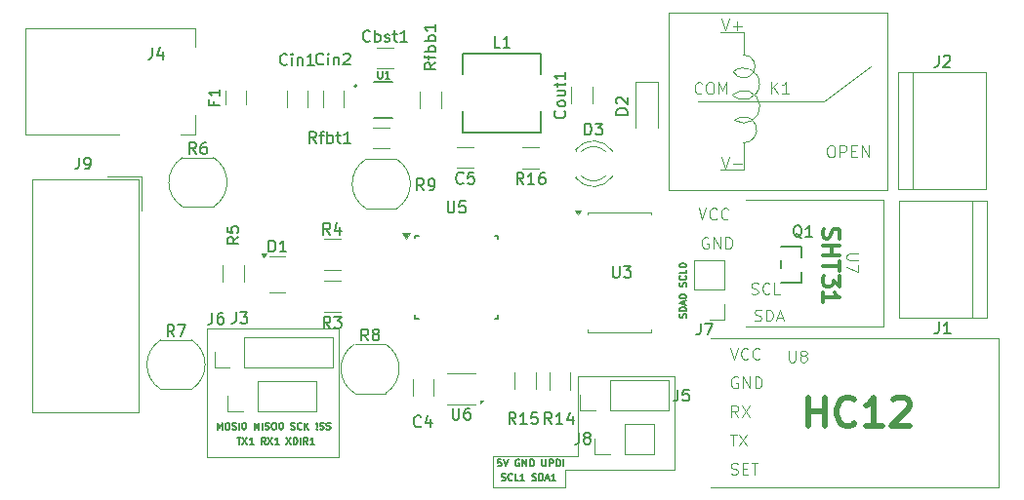
<source format=gbr>
%TF.GenerationSoftware,KiCad,Pcbnew,8.0.3*%
%TF.CreationDate,2024-10-20T16:03:45+03:00*%
%TF.ProjectId,SmartPot,536d6172-7450-46f7-942e-6b696361645f,rev?*%
%TF.SameCoordinates,Original*%
%TF.FileFunction,Legend,Top*%
%TF.FilePolarity,Positive*%
%FSLAX46Y46*%
G04 Gerber Fmt 4.6, Leading zero omitted, Abs format (unit mm)*
G04 Created by KiCad (PCBNEW 8.0.3) date 2024-10-20 16:03:45*
%MOMM*%
%LPD*%
G01*
G04 APERTURE LIST*
%ADD10C,0.100000*%
%ADD11C,0.150000*%
%ADD12C,0.200000*%
%ADD13C,0.500000*%
%ADD14C,0.300000*%
%ADD15C,0.120000*%
%ADD16C,0.152400*%
%ADD17C,0.127000*%
G04 APERTURE END LIST*
D10*
X216125000Y-123725000D02*
X215975000Y-123725000D01*
X225475000Y-123725000D02*
X216125000Y-123725000D01*
X209750000Y-122500000D02*
X209750000Y-125225000D01*
X225475000Y-115550000D02*
X225475000Y-123725000D01*
X209750000Y-125225000D02*
X215975000Y-125225000D01*
X217050000Y-115550000D02*
X225475000Y-115550000D01*
X217050000Y-122500000D02*
X215975000Y-122500000D01*
X215975000Y-122500000D02*
X209750000Y-122500000D01*
X215975000Y-123725000D02*
X215975000Y-125225000D01*
X217050000Y-115550000D02*
X217050000Y-122500000D01*
X184900000Y-111425000D02*
X196325000Y-111425000D01*
X196325000Y-122575000D01*
X184900000Y-122575000D01*
X184900000Y-111425000D01*
D11*
X210437969Y-124590200D02*
X210523684Y-124618771D01*
X210523684Y-124618771D02*
X210666541Y-124618771D01*
X210666541Y-124618771D02*
X210723684Y-124590200D01*
X210723684Y-124590200D02*
X210752255Y-124561628D01*
X210752255Y-124561628D02*
X210780826Y-124504485D01*
X210780826Y-124504485D02*
X210780826Y-124447342D01*
X210780826Y-124447342D02*
X210752255Y-124390200D01*
X210752255Y-124390200D02*
X210723684Y-124361628D01*
X210723684Y-124361628D02*
X210666541Y-124333057D01*
X210666541Y-124333057D02*
X210552255Y-124304485D01*
X210552255Y-124304485D02*
X210495112Y-124275914D01*
X210495112Y-124275914D02*
X210466541Y-124247342D01*
X210466541Y-124247342D02*
X210437969Y-124190200D01*
X210437969Y-124190200D02*
X210437969Y-124133057D01*
X210437969Y-124133057D02*
X210466541Y-124075914D01*
X210466541Y-124075914D02*
X210495112Y-124047342D01*
X210495112Y-124047342D02*
X210552255Y-124018771D01*
X210552255Y-124018771D02*
X210695112Y-124018771D01*
X210695112Y-124018771D02*
X210780826Y-124047342D01*
X211380827Y-124561628D02*
X211352255Y-124590200D01*
X211352255Y-124590200D02*
X211266541Y-124618771D01*
X211266541Y-124618771D02*
X211209398Y-124618771D01*
X211209398Y-124618771D02*
X211123684Y-124590200D01*
X211123684Y-124590200D02*
X211066541Y-124533057D01*
X211066541Y-124533057D02*
X211037970Y-124475914D01*
X211037970Y-124475914D02*
X211009398Y-124361628D01*
X211009398Y-124361628D02*
X211009398Y-124275914D01*
X211009398Y-124275914D02*
X211037970Y-124161628D01*
X211037970Y-124161628D02*
X211066541Y-124104485D01*
X211066541Y-124104485D02*
X211123684Y-124047342D01*
X211123684Y-124047342D02*
X211209398Y-124018771D01*
X211209398Y-124018771D02*
X211266541Y-124018771D01*
X211266541Y-124018771D02*
X211352255Y-124047342D01*
X211352255Y-124047342D02*
X211380827Y-124075914D01*
X211923684Y-124618771D02*
X211637970Y-124618771D01*
X211637970Y-124618771D02*
X211637970Y-124018771D01*
X212437969Y-124618771D02*
X212095112Y-124618771D01*
X212266541Y-124618771D02*
X212266541Y-124018771D01*
X212266541Y-124018771D02*
X212209398Y-124104485D01*
X212209398Y-124104485D02*
X212152255Y-124161628D01*
X212152255Y-124161628D02*
X212095112Y-124190200D01*
X213123684Y-124590200D02*
X213209399Y-124618771D01*
X213209399Y-124618771D02*
X213352256Y-124618771D01*
X213352256Y-124618771D02*
X213409399Y-124590200D01*
X213409399Y-124590200D02*
X213437970Y-124561628D01*
X213437970Y-124561628D02*
X213466541Y-124504485D01*
X213466541Y-124504485D02*
X213466541Y-124447342D01*
X213466541Y-124447342D02*
X213437970Y-124390200D01*
X213437970Y-124390200D02*
X213409399Y-124361628D01*
X213409399Y-124361628D02*
X213352256Y-124333057D01*
X213352256Y-124333057D02*
X213237970Y-124304485D01*
X213237970Y-124304485D02*
X213180827Y-124275914D01*
X213180827Y-124275914D02*
X213152256Y-124247342D01*
X213152256Y-124247342D02*
X213123684Y-124190200D01*
X213123684Y-124190200D02*
X213123684Y-124133057D01*
X213123684Y-124133057D02*
X213152256Y-124075914D01*
X213152256Y-124075914D02*
X213180827Y-124047342D01*
X213180827Y-124047342D02*
X213237970Y-124018771D01*
X213237970Y-124018771D02*
X213380827Y-124018771D01*
X213380827Y-124018771D02*
X213466541Y-124047342D01*
X213723685Y-124618771D02*
X213723685Y-124018771D01*
X213723685Y-124018771D02*
X213866542Y-124018771D01*
X213866542Y-124018771D02*
X213952256Y-124047342D01*
X213952256Y-124047342D02*
X214009399Y-124104485D01*
X214009399Y-124104485D02*
X214037970Y-124161628D01*
X214037970Y-124161628D02*
X214066542Y-124275914D01*
X214066542Y-124275914D02*
X214066542Y-124361628D01*
X214066542Y-124361628D02*
X214037970Y-124475914D01*
X214037970Y-124475914D02*
X214009399Y-124533057D01*
X214009399Y-124533057D02*
X213952256Y-124590200D01*
X213952256Y-124590200D02*
X213866542Y-124618771D01*
X213866542Y-124618771D02*
X213723685Y-124618771D01*
X214295113Y-124447342D02*
X214580828Y-124447342D01*
X214237970Y-124618771D02*
X214437970Y-124018771D01*
X214437970Y-124018771D02*
X214637970Y-124618771D01*
X215152256Y-124618771D02*
X214809399Y-124618771D01*
X214980828Y-124618771D02*
X214980828Y-124018771D01*
X214980828Y-124018771D02*
X214923685Y-124104485D01*
X214923685Y-124104485D02*
X214866542Y-124161628D01*
X214866542Y-124161628D02*
X214809399Y-124190200D01*
X185816541Y-120193771D02*
X185816541Y-119593771D01*
X185816541Y-119593771D02*
X186016541Y-120022342D01*
X186016541Y-120022342D02*
X186216541Y-119593771D01*
X186216541Y-119593771D02*
X186216541Y-120193771D01*
X186616540Y-119593771D02*
X186730826Y-119593771D01*
X186730826Y-119593771D02*
X186787969Y-119622342D01*
X186787969Y-119622342D02*
X186845112Y-119679485D01*
X186845112Y-119679485D02*
X186873683Y-119793771D01*
X186873683Y-119793771D02*
X186873683Y-119993771D01*
X186873683Y-119993771D02*
X186845112Y-120108057D01*
X186845112Y-120108057D02*
X186787969Y-120165200D01*
X186787969Y-120165200D02*
X186730826Y-120193771D01*
X186730826Y-120193771D02*
X186616540Y-120193771D01*
X186616540Y-120193771D02*
X186559398Y-120165200D01*
X186559398Y-120165200D02*
X186502255Y-120108057D01*
X186502255Y-120108057D02*
X186473683Y-119993771D01*
X186473683Y-119993771D02*
X186473683Y-119793771D01*
X186473683Y-119793771D02*
X186502255Y-119679485D01*
X186502255Y-119679485D02*
X186559398Y-119622342D01*
X186559398Y-119622342D02*
X186616540Y-119593771D01*
X187102254Y-120165200D02*
X187187969Y-120193771D01*
X187187969Y-120193771D02*
X187330826Y-120193771D01*
X187330826Y-120193771D02*
X187387969Y-120165200D01*
X187387969Y-120165200D02*
X187416540Y-120136628D01*
X187416540Y-120136628D02*
X187445111Y-120079485D01*
X187445111Y-120079485D02*
X187445111Y-120022342D01*
X187445111Y-120022342D02*
X187416540Y-119965200D01*
X187416540Y-119965200D02*
X187387969Y-119936628D01*
X187387969Y-119936628D02*
X187330826Y-119908057D01*
X187330826Y-119908057D02*
X187216540Y-119879485D01*
X187216540Y-119879485D02*
X187159397Y-119850914D01*
X187159397Y-119850914D02*
X187130826Y-119822342D01*
X187130826Y-119822342D02*
X187102254Y-119765200D01*
X187102254Y-119765200D02*
X187102254Y-119708057D01*
X187102254Y-119708057D02*
X187130826Y-119650914D01*
X187130826Y-119650914D02*
X187159397Y-119622342D01*
X187159397Y-119622342D02*
X187216540Y-119593771D01*
X187216540Y-119593771D02*
X187359397Y-119593771D01*
X187359397Y-119593771D02*
X187445111Y-119622342D01*
X187702255Y-120193771D02*
X187702255Y-119593771D01*
X188102254Y-119593771D02*
X188159397Y-119593771D01*
X188159397Y-119593771D02*
X188216540Y-119622342D01*
X188216540Y-119622342D02*
X188245112Y-119650914D01*
X188245112Y-119650914D02*
X188273683Y-119708057D01*
X188273683Y-119708057D02*
X188302254Y-119822342D01*
X188302254Y-119822342D02*
X188302254Y-119965200D01*
X188302254Y-119965200D02*
X188273683Y-120079485D01*
X188273683Y-120079485D02*
X188245112Y-120136628D01*
X188245112Y-120136628D02*
X188216540Y-120165200D01*
X188216540Y-120165200D02*
X188159397Y-120193771D01*
X188159397Y-120193771D02*
X188102254Y-120193771D01*
X188102254Y-120193771D02*
X188045112Y-120165200D01*
X188045112Y-120165200D02*
X188016540Y-120136628D01*
X188016540Y-120136628D02*
X187987969Y-120079485D01*
X187987969Y-120079485D02*
X187959397Y-119965200D01*
X187959397Y-119965200D02*
X187959397Y-119822342D01*
X187959397Y-119822342D02*
X187987969Y-119708057D01*
X187987969Y-119708057D02*
X188016540Y-119650914D01*
X188016540Y-119650914D02*
X188045112Y-119622342D01*
X188045112Y-119622342D02*
X188102254Y-119593771D01*
X189016541Y-120193771D02*
X189016541Y-119593771D01*
X189016541Y-119593771D02*
X189216541Y-120022342D01*
X189216541Y-120022342D02*
X189416541Y-119593771D01*
X189416541Y-119593771D02*
X189416541Y-120193771D01*
X189702255Y-120193771D02*
X189702255Y-119593771D01*
X189959397Y-120165200D02*
X190045112Y-120193771D01*
X190045112Y-120193771D02*
X190187969Y-120193771D01*
X190187969Y-120193771D02*
X190245112Y-120165200D01*
X190245112Y-120165200D02*
X190273683Y-120136628D01*
X190273683Y-120136628D02*
X190302254Y-120079485D01*
X190302254Y-120079485D02*
X190302254Y-120022342D01*
X190302254Y-120022342D02*
X190273683Y-119965200D01*
X190273683Y-119965200D02*
X190245112Y-119936628D01*
X190245112Y-119936628D02*
X190187969Y-119908057D01*
X190187969Y-119908057D02*
X190073683Y-119879485D01*
X190073683Y-119879485D02*
X190016540Y-119850914D01*
X190016540Y-119850914D02*
X189987969Y-119822342D01*
X189987969Y-119822342D02*
X189959397Y-119765200D01*
X189959397Y-119765200D02*
X189959397Y-119708057D01*
X189959397Y-119708057D02*
X189987969Y-119650914D01*
X189987969Y-119650914D02*
X190016540Y-119622342D01*
X190016540Y-119622342D02*
X190073683Y-119593771D01*
X190073683Y-119593771D02*
X190216540Y-119593771D01*
X190216540Y-119593771D02*
X190302254Y-119622342D01*
X190673683Y-119593771D02*
X190787969Y-119593771D01*
X190787969Y-119593771D02*
X190845112Y-119622342D01*
X190845112Y-119622342D02*
X190902255Y-119679485D01*
X190902255Y-119679485D02*
X190930826Y-119793771D01*
X190930826Y-119793771D02*
X190930826Y-119993771D01*
X190930826Y-119993771D02*
X190902255Y-120108057D01*
X190902255Y-120108057D02*
X190845112Y-120165200D01*
X190845112Y-120165200D02*
X190787969Y-120193771D01*
X190787969Y-120193771D02*
X190673683Y-120193771D01*
X190673683Y-120193771D02*
X190616541Y-120165200D01*
X190616541Y-120165200D02*
X190559398Y-120108057D01*
X190559398Y-120108057D02*
X190530826Y-119993771D01*
X190530826Y-119993771D02*
X190530826Y-119793771D01*
X190530826Y-119793771D02*
X190559398Y-119679485D01*
X190559398Y-119679485D02*
X190616541Y-119622342D01*
X190616541Y-119622342D02*
X190673683Y-119593771D01*
X191302254Y-119593771D02*
X191359397Y-119593771D01*
X191359397Y-119593771D02*
X191416540Y-119622342D01*
X191416540Y-119622342D02*
X191445112Y-119650914D01*
X191445112Y-119650914D02*
X191473683Y-119708057D01*
X191473683Y-119708057D02*
X191502254Y-119822342D01*
X191502254Y-119822342D02*
X191502254Y-119965200D01*
X191502254Y-119965200D02*
X191473683Y-120079485D01*
X191473683Y-120079485D02*
X191445112Y-120136628D01*
X191445112Y-120136628D02*
X191416540Y-120165200D01*
X191416540Y-120165200D02*
X191359397Y-120193771D01*
X191359397Y-120193771D02*
X191302254Y-120193771D01*
X191302254Y-120193771D02*
X191245112Y-120165200D01*
X191245112Y-120165200D02*
X191216540Y-120136628D01*
X191216540Y-120136628D02*
X191187969Y-120079485D01*
X191187969Y-120079485D02*
X191159397Y-119965200D01*
X191159397Y-119965200D02*
X191159397Y-119822342D01*
X191159397Y-119822342D02*
X191187969Y-119708057D01*
X191187969Y-119708057D02*
X191216540Y-119650914D01*
X191216540Y-119650914D02*
X191245112Y-119622342D01*
X191245112Y-119622342D02*
X191302254Y-119593771D01*
X192187969Y-120165200D02*
X192273684Y-120193771D01*
X192273684Y-120193771D02*
X192416541Y-120193771D01*
X192416541Y-120193771D02*
X192473684Y-120165200D01*
X192473684Y-120165200D02*
X192502255Y-120136628D01*
X192502255Y-120136628D02*
X192530826Y-120079485D01*
X192530826Y-120079485D02*
X192530826Y-120022342D01*
X192530826Y-120022342D02*
X192502255Y-119965200D01*
X192502255Y-119965200D02*
X192473684Y-119936628D01*
X192473684Y-119936628D02*
X192416541Y-119908057D01*
X192416541Y-119908057D02*
X192302255Y-119879485D01*
X192302255Y-119879485D02*
X192245112Y-119850914D01*
X192245112Y-119850914D02*
X192216541Y-119822342D01*
X192216541Y-119822342D02*
X192187969Y-119765200D01*
X192187969Y-119765200D02*
X192187969Y-119708057D01*
X192187969Y-119708057D02*
X192216541Y-119650914D01*
X192216541Y-119650914D02*
X192245112Y-119622342D01*
X192245112Y-119622342D02*
X192302255Y-119593771D01*
X192302255Y-119593771D02*
X192445112Y-119593771D01*
X192445112Y-119593771D02*
X192530826Y-119622342D01*
X193130827Y-120136628D02*
X193102255Y-120165200D01*
X193102255Y-120165200D02*
X193016541Y-120193771D01*
X193016541Y-120193771D02*
X192959398Y-120193771D01*
X192959398Y-120193771D02*
X192873684Y-120165200D01*
X192873684Y-120165200D02*
X192816541Y-120108057D01*
X192816541Y-120108057D02*
X192787970Y-120050914D01*
X192787970Y-120050914D02*
X192759398Y-119936628D01*
X192759398Y-119936628D02*
X192759398Y-119850914D01*
X192759398Y-119850914D02*
X192787970Y-119736628D01*
X192787970Y-119736628D02*
X192816541Y-119679485D01*
X192816541Y-119679485D02*
X192873684Y-119622342D01*
X192873684Y-119622342D02*
X192959398Y-119593771D01*
X192959398Y-119593771D02*
X193016541Y-119593771D01*
X193016541Y-119593771D02*
X193102255Y-119622342D01*
X193102255Y-119622342D02*
X193130827Y-119650914D01*
X193387970Y-120193771D02*
X193387970Y-119593771D01*
X193730827Y-120193771D02*
X193473684Y-119850914D01*
X193730827Y-119593771D02*
X193387970Y-119936628D01*
X194445113Y-120136628D02*
X194473684Y-120165200D01*
X194473684Y-120165200D02*
X194445113Y-120193771D01*
X194445113Y-120193771D02*
X194416541Y-120165200D01*
X194416541Y-120165200D02*
X194445113Y-120136628D01*
X194445113Y-120136628D02*
X194445113Y-120193771D01*
X194445113Y-119965200D02*
X194416541Y-119622342D01*
X194416541Y-119622342D02*
X194445113Y-119593771D01*
X194445113Y-119593771D02*
X194473684Y-119622342D01*
X194473684Y-119622342D02*
X194445113Y-119965200D01*
X194445113Y-119965200D02*
X194445113Y-119593771D01*
X194702255Y-120165200D02*
X194787970Y-120193771D01*
X194787970Y-120193771D02*
X194930827Y-120193771D01*
X194930827Y-120193771D02*
X194987970Y-120165200D01*
X194987970Y-120165200D02*
X195016541Y-120136628D01*
X195016541Y-120136628D02*
X195045112Y-120079485D01*
X195045112Y-120079485D02*
X195045112Y-120022342D01*
X195045112Y-120022342D02*
X195016541Y-119965200D01*
X195016541Y-119965200D02*
X194987970Y-119936628D01*
X194987970Y-119936628D02*
X194930827Y-119908057D01*
X194930827Y-119908057D02*
X194816541Y-119879485D01*
X194816541Y-119879485D02*
X194759398Y-119850914D01*
X194759398Y-119850914D02*
X194730827Y-119822342D01*
X194730827Y-119822342D02*
X194702255Y-119765200D01*
X194702255Y-119765200D02*
X194702255Y-119708057D01*
X194702255Y-119708057D02*
X194730827Y-119650914D01*
X194730827Y-119650914D02*
X194759398Y-119622342D01*
X194759398Y-119622342D02*
X194816541Y-119593771D01*
X194816541Y-119593771D02*
X194959398Y-119593771D01*
X194959398Y-119593771D02*
X195045112Y-119622342D01*
X195273684Y-120165200D02*
X195359399Y-120193771D01*
X195359399Y-120193771D02*
X195502256Y-120193771D01*
X195502256Y-120193771D02*
X195559399Y-120165200D01*
X195559399Y-120165200D02*
X195587970Y-120136628D01*
X195587970Y-120136628D02*
X195616541Y-120079485D01*
X195616541Y-120079485D02*
X195616541Y-120022342D01*
X195616541Y-120022342D02*
X195587970Y-119965200D01*
X195587970Y-119965200D02*
X195559399Y-119936628D01*
X195559399Y-119936628D02*
X195502256Y-119908057D01*
X195502256Y-119908057D02*
X195387970Y-119879485D01*
X195387970Y-119879485D02*
X195330827Y-119850914D01*
X195330827Y-119850914D02*
X195302256Y-119822342D01*
X195302256Y-119822342D02*
X195273684Y-119765200D01*
X195273684Y-119765200D02*
X195273684Y-119708057D01*
X195273684Y-119708057D02*
X195302256Y-119650914D01*
X195302256Y-119650914D02*
X195330827Y-119622342D01*
X195330827Y-119622342D02*
X195387970Y-119593771D01*
X195387970Y-119593771D02*
X195530827Y-119593771D01*
X195530827Y-119593771D02*
X195616541Y-119622342D01*
X187505826Y-120893771D02*
X187848684Y-120893771D01*
X187677255Y-121493771D02*
X187677255Y-120893771D01*
X187991541Y-120893771D02*
X188391541Y-121493771D01*
X188391541Y-120893771D02*
X187991541Y-121493771D01*
X188934398Y-121493771D02*
X188591541Y-121493771D01*
X188762970Y-121493771D02*
X188762970Y-120893771D01*
X188762970Y-120893771D02*
X188705827Y-120979485D01*
X188705827Y-120979485D02*
X188648684Y-121036628D01*
X188648684Y-121036628D02*
X188591541Y-121065200D01*
X189991542Y-121493771D02*
X189791542Y-121208057D01*
X189648685Y-121493771D02*
X189648685Y-120893771D01*
X189648685Y-120893771D02*
X189877256Y-120893771D01*
X189877256Y-120893771D02*
X189934399Y-120922342D01*
X189934399Y-120922342D02*
X189962970Y-120950914D01*
X189962970Y-120950914D02*
X189991542Y-121008057D01*
X189991542Y-121008057D02*
X189991542Y-121093771D01*
X189991542Y-121093771D02*
X189962970Y-121150914D01*
X189962970Y-121150914D02*
X189934399Y-121179485D01*
X189934399Y-121179485D02*
X189877256Y-121208057D01*
X189877256Y-121208057D02*
X189648685Y-121208057D01*
X190191542Y-120893771D02*
X190591542Y-121493771D01*
X190591542Y-120893771D02*
X190191542Y-121493771D01*
X191134399Y-121493771D02*
X190791542Y-121493771D01*
X190962971Y-121493771D02*
X190962971Y-120893771D01*
X190962971Y-120893771D02*
X190905828Y-120979485D01*
X190905828Y-120979485D02*
X190848685Y-121036628D01*
X190848685Y-121036628D02*
X190791542Y-121065200D01*
X191791543Y-120893771D02*
X192191543Y-121493771D01*
X192191543Y-120893771D02*
X191791543Y-121493771D01*
X192420115Y-121493771D02*
X192420115Y-120893771D01*
X192420115Y-120893771D02*
X192562972Y-120893771D01*
X192562972Y-120893771D02*
X192648686Y-120922342D01*
X192648686Y-120922342D02*
X192705829Y-120979485D01*
X192705829Y-120979485D02*
X192734400Y-121036628D01*
X192734400Y-121036628D02*
X192762972Y-121150914D01*
X192762972Y-121150914D02*
X192762972Y-121236628D01*
X192762972Y-121236628D02*
X192734400Y-121350914D01*
X192734400Y-121350914D02*
X192705829Y-121408057D01*
X192705829Y-121408057D02*
X192648686Y-121465200D01*
X192648686Y-121465200D02*
X192562972Y-121493771D01*
X192562972Y-121493771D02*
X192420115Y-121493771D01*
X193020115Y-121493771D02*
X193020115Y-120893771D01*
X193648686Y-121493771D02*
X193448686Y-121208057D01*
X193305829Y-121493771D02*
X193305829Y-120893771D01*
X193305829Y-120893771D02*
X193534400Y-120893771D01*
X193534400Y-120893771D02*
X193591543Y-120922342D01*
X193591543Y-120922342D02*
X193620114Y-120950914D01*
X193620114Y-120950914D02*
X193648686Y-121008057D01*
X193648686Y-121008057D02*
X193648686Y-121093771D01*
X193648686Y-121093771D02*
X193620114Y-121150914D01*
X193620114Y-121150914D02*
X193591543Y-121179485D01*
X193591543Y-121179485D02*
X193534400Y-121208057D01*
X193534400Y-121208057D02*
X193305829Y-121208057D01*
X194220114Y-121493771D02*
X193877257Y-121493771D01*
X194048686Y-121493771D02*
X194048686Y-120893771D01*
X194048686Y-120893771D02*
X193991543Y-120979485D01*
X193991543Y-120979485D02*
X193934400Y-121036628D01*
X193934400Y-121036628D02*
X193877257Y-121065200D01*
X226440200Y-110487030D02*
X226468771Y-110401316D01*
X226468771Y-110401316D02*
X226468771Y-110258458D01*
X226468771Y-110258458D02*
X226440200Y-110201316D01*
X226440200Y-110201316D02*
X226411628Y-110172744D01*
X226411628Y-110172744D02*
X226354485Y-110144173D01*
X226354485Y-110144173D02*
X226297342Y-110144173D01*
X226297342Y-110144173D02*
X226240200Y-110172744D01*
X226240200Y-110172744D02*
X226211628Y-110201316D01*
X226211628Y-110201316D02*
X226183057Y-110258458D01*
X226183057Y-110258458D02*
X226154485Y-110372744D01*
X226154485Y-110372744D02*
X226125914Y-110429887D01*
X226125914Y-110429887D02*
X226097342Y-110458458D01*
X226097342Y-110458458D02*
X226040200Y-110487030D01*
X226040200Y-110487030D02*
X225983057Y-110487030D01*
X225983057Y-110487030D02*
X225925914Y-110458458D01*
X225925914Y-110458458D02*
X225897342Y-110429887D01*
X225897342Y-110429887D02*
X225868771Y-110372744D01*
X225868771Y-110372744D02*
X225868771Y-110229887D01*
X225868771Y-110229887D02*
X225897342Y-110144173D01*
X226468771Y-109887029D02*
X225868771Y-109887029D01*
X225868771Y-109887029D02*
X225868771Y-109744172D01*
X225868771Y-109744172D02*
X225897342Y-109658458D01*
X225897342Y-109658458D02*
X225954485Y-109601315D01*
X225954485Y-109601315D02*
X226011628Y-109572744D01*
X226011628Y-109572744D02*
X226125914Y-109544172D01*
X226125914Y-109544172D02*
X226211628Y-109544172D01*
X226211628Y-109544172D02*
X226325914Y-109572744D01*
X226325914Y-109572744D02*
X226383057Y-109601315D01*
X226383057Y-109601315D02*
X226440200Y-109658458D01*
X226440200Y-109658458D02*
X226468771Y-109744172D01*
X226468771Y-109744172D02*
X226468771Y-109887029D01*
X226297342Y-109315601D02*
X226297342Y-109029887D01*
X226468771Y-109372744D02*
X225868771Y-109172744D01*
X225868771Y-109172744D02*
X226468771Y-108972744D01*
X225868771Y-108658458D02*
X225868771Y-108601315D01*
X225868771Y-108601315D02*
X225897342Y-108544172D01*
X225897342Y-108544172D02*
X225925914Y-108515601D01*
X225925914Y-108515601D02*
X225983057Y-108487029D01*
X225983057Y-108487029D02*
X226097342Y-108458458D01*
X226097342Y-108458458D02*
X226240200Y-108458458D01*
X226240200Y-108458458D02*
X226354485Y-108487029D01*
X226354485Y-108487029D02*
X226411628Y-108515601D01*
X226411628Y-108515601D02*
X226440200Y-108544172D01*
X226440200Y-108544172D02*
X226468771Y-108601315D01*
X226468771Y-108601315D02*
X226468771Y-108658458D01*
X226468771Y-108658458D02*
X226440200Y-108715601D01*
X226440200Y-108715601D02*
X226411628Y-108744172D01*
X226411628Y-108744172D02*
X226354485Y-108772743D01*
X226354485Y-108772743D02*
X226240200Y-108801315D01*
X226240200Y-108801315D02*
X226097342Y-108801315D01*
X226097342Y-108801315D02*
X225983057Y-108772743D01*
X225983057Y-108772743D02*
X225925914Y-108744172D01*
X225925914Y-108744172D02*
X225897342Y-108715601D01*
X225897342Y-108715601D02*
X225868771Y-108658458D01*
X226440200Y-107772743D02*
X226468771Y-107687029D01*
X226468771Y-107687029D02*
X226468771Y-107544171D01*
X226468771Y-107544171D02*
X226440200Y-107487029D01*
X226440200Y-107487029D02*
X226411628Y-107458457D01*
X226411628Y-107458457D02*
X226354485Y-107429886D01*
X226354485Y-107429886D02*
X226297342Y-107429886D01*
X226297342Y-107429886D02*
X226240200Y-107458457D01*
X226240200Y-107458457D02*
X226211628Y-107487029D01*
X226211628Y-107487029D02*
X226183057Y-107544171D01*
X226183057Y-107544171D02*
X226154485Y-107658457D01*
X226154485Y-107658457D02*
X226125914Y-107715600D01*
X226125914Y-107715600D02*
X226097342Y-107744171D01*
X226097342Y-107744171D02*
X226040200Y-107772743D01*
X226040200Y-107772743D02*
X225983057Y-107772743D01*
X225983057Y-107772743D02*
X225925914Y-107744171D01*
X225925914Y-107744171D02*
X225897342Y-107715600D01*
X225897342Y-107715600D02*
X225868771Y-107658457D01*
X225868771Y-107658457D02*
X225868771Y-107515600D01*
X225868771Y-107515600D02*
X225897342Y-107429886D01*
X226411628Y-106829885D02*
X226440200Y-106858457D01*
X226440200Y-106858457D02*
X226468771Y-106944171D01*
X226468771Y-106944171D02*
X226468771Y-107001314D01*
X226468771Y-107001314D02*
X226440200Y-107087028D01*
X226440200Y-107087028D02*
X226383057Y-107144171D01*
X226383057Y-107144171D02*
X226325914Y-107172742D01*
X226325914Y-107172742D02*
X226211628Y-107201314D01*
X226211628Y-107201314D02*
X226125914Y-107201314D01*
X226125914Y-107201314D02*
X226011628Y-107172742D01*
X226011628Y-107172742D02*
X225954485Y-107144171D01*
X225954485Y-107144171D02*
X225897342Y-107087028D01*
X225897342Y-107087028D02*
X225868771Y-107001314D01*
X225868771Y-107001314D02*
X225868771Y-106944171D01*
X225868771Y-106944171D02*
X225897342Y-106858457D01*
X225897342Y-106858457D02*
X225925914Y-106829885D01*
X226468771Y-106287028D02*
X226468771Y-106572742D01*
X226468771Y-106572742D02*
X225868771Y-106572742D01*
X225868771Y-105972743D02*
X225868771Y-105915600D01*
X225868771Y-105915600D02*
X225897342Y-105858457D01*
X225897342Y-105858457D02*
X225925914Y-105829886D01*
X225925914Y-105829886D02*
X225983057Y-105801314D01*
X225983057Y-105801314D02*
X226097342Y-105772743D01*
X226097342Y-105772743D02*
X226240200Y-105772743D01*
X226240200Y-105772743D02*
X226354485Y-105801314D01*
X226354485Y-105801314D02*
X226411628Y-105829886D01*
X226411628Y-105829886D02*
X226440200Y-105858457D01*
X226440200Y-105858457D02*
X226468771Y-105915600D01*
X226468771Y-105915600D02*
X226468771Y-105972743D01*
X226468771Y-105972743D02*
X226440200Y-106029886D01*
X226440200Y-106029886D02*
X226411628Y-106058457D01*
X226411628Y-106058457D02*
X226354485Y-106087028D01*
X226354485Y-106087028D02*
X226240200Y-106115600D01*
X226240200Y-106115600D02*
X226097342Y-106115600D01*
X226097342Y-106115600D02*
X225983057Y-106087028D01*
X225983057Y-106087028D02*
X225925914Y-106058457D01*
X225925914Y-106058457D02*
X225897342Y-106029886D01*
X225897342Y-106029886D02*
X225868771Y-105972743D01*
X210427255Y-122768771D02*
X210141541Y-122768771D01*
X210141541Y-122768771D02*
X210112969Y-123054485D01*
X210112969Y-123054485D02*
X210141541Y-123025914D01*
X210141541Y-123025914D02*
X210198684Y-122997342D01*
X210198684Y-122997342D02*
X210341541Y-122997342D01*
X210341541Y-122997342D02*
X210398684Y-123025914D01*
X210398684Y-123025914D02*
X210427255Y-123054485D01*
X210427255Y-123054485D02*
X210455826Y-123111628D01*
X210455826Y-123111628D02*
X210455826Y-123254485D01*
X210455826Y-123254485D02*
X210427255Y-123311628D01*
X210427255Y-123311628D02*
X210398684Y-123340200D01*
X210398684Y-123340200D02*
X210341541Y-123368771D01*
X210341541Y-123368771D02*
X210198684Y-123368771D01*
X210198684Y-123368771D02*
X210141541Y-123340200D01*
X210141541Y-123340200D02*
X210112969Y-123311628D01*
X210627255Y-122768771D02*
X210827255Y-123368771D01*
X210827255Y-123368771D02*
X211027255Y-122768771D01*
X211998684Y-122797342D02*
X211941542Y-122768771D01*
X211941542Y-122768771D02*
X211855827Y-122768771D01*
X211855827Y-122768771D02*
X211770113Y-122797342D01*
X211770113Y-122797342D02*
X211712970Y-122854485D01*
X211712970Y-122854485D02*
X211684399Y-122911628D01*
X211684399Y-122911628D02*
X211655827Y-123025914D01*
X211655827Y-123025914D02*
X211655827Y-123111628D01*
X211655827Y-123111628D02*
X211684399Y-123225914D01*
X211684399Y-123225914D02*
X211712970Y-123283057D01*
X211712970Y-123283057D02*
X211770113Y-123340200D01*
X211770113Y-123340200D02*
X211855827Y-123368771D01*
X211855827Y-123368771D02*
X211912970Y-123368771D01*
X211912970Y-123368771D02*
X211998684Y-123340200D01*
X211998684Y-123340200D02*
X212027256Y-123311628D01*
X212027256Y-123311628D02*
X212027256Y-123111628D01*
X212027256Y-123111628D02*
X211912970Y-123111628D01*
X212284399Y-123368771D02*
X212284399Y-122768771D01*
X212284399Y-122768771D02*
X212627256Y-123368771D01*
X212627256Y-123368771D02*
X212627256Y-122768771D01*
X212912970Y-123368771D02*
X212912970Y-122768771D01*
X212912970Y-122768771D02*
X213055827Y-122768771D01*
X213055827Y-122768771D02*
X213141541Y-122797342D01*
X213141541Y-122797342D02*
X213198684Y-122854485D01*
X213198684Y-122854485D02*
X213227255Y-122911628D01*
X213227255Y-122911628D02*
X213255827Y-123025914D01*
X213255827Y-123025914D02*
X213255827Y-123111628D01*
X213255827Y-123111628D02*
X213227255Y-123225914D01*
X213227255Y-123225914D02*
X213198684Y-123283057D01*
X213198684Y-123283057D02*
X213141541Y-123340200D01*
X213141541Y-123340200D02*
X213055827Y-123368771D01*
X213055827Y-123368771D02*
X212912970Y-123368771D01*
X213970113Y-122768771D02*
X213970113Y-123254485D01*
X213970113Y-123254485D02*
X213998684Y-123311628D01*
X213998684Y-123311628D02*
X214027256Y-123340200D01*
X214027256Y-123340200D02*
X214084398Y-123368771D01*
X214084398Y-123368771D02*
X214198684Y-123368771D01*
X214198684Y-123368771D02*
X214255827Y-123340200D01*
X214255827Y-123340200D02*
X214284398Y-123311628D01*
X214284398Y-123311628D02*
X214312970Y-123254485D01*
X214312970Y-123254485D02*
X214312970Y-122768771D01*
X214598684Y-123368771D02*
X214598684Y-122768771D01*
X214598684Y-122768771D02*
X214827255Y-122768771D01*
X214827255Y-122768771D02*
X214884398Y-122797342D01*
X214884398Y-122797342D02*
X214912969Y-122825914D01*
X214912969Y-122825914D02*
X214941541Y-122883057D01*
X214941541Y-122883057D02*
X214941541Y-122968771D01*
X214941541Y-122968771D02*
X214912969Y-123025914D01*
X214912969Y-123025914D02*
X214884398Y-123054485D01*
X214884398Y-123054485D02*
X214827255Y-123083057D01*
X214827255Y-123083057D02*
X214598684Y-123083057D01*
X215198684Y-123368771D02*
X215198684Y-122768771D01*
X215198684Y-122768771D02*
X215341541Y-122768771D01*
X215341541Y-122768771D02*
X215427255Y-122797342D01*
X215427255Y-122797342D02*
X215484398Y-122854485D01*
X215484398Y-122854485D02*
X215512969Y-122911628D01*
X215512969Y-122911628D02*
X215541541Y-123025914D01*
X215541541Y-123025914D02*
X215541541Y-123111628D01*
X215541541Y-123111628D02*
X215512969Y-123225914D01*
X215512969Y-123225914D02*
X215484398Y-123283057D01*
X215484398Y-123283057D02*
X215427255Y-123340200D01*
X215427255Y-123340200D02*
X215341541Y-123368771D01*
X215341541Y-123368771D02*
X215198684Y-123368771D01*
X215798684Y-123368771D02*
X215798684Y-122768771D01*
X191842857Y-88434580D02*
X191795238Y-88482200D01*
X191795238Y-88482200D02*
X191652381Y-88529819D01*
X191652381Y-88529819D02*
X191557143Y-88529819D01*
X191557143Y-88529819D02*
X191414286Y-88482200D01*
X191414286Y-88482200D02*
X191319048Y-88386961D01*
X191319048Y-88386961D02*
X191271429Y-88291723D01*
X191271429Y-88291723D02*
X191223810Y-88101247D01*
X191223810Y-88101247D02*
X191223810Y-87958390D01*
X191223810Y-87958390D02*
X191271429Y-87767914D01*
X191271429Y-87767914D02*
X191319048Y-87672676D01*
X191319048Y-87672676D02*
X191414286Y-87577438D01*
X191414286Y-87577438D02*
X191557143Y-87529819D01*
X191557143Y-87529819D02*
X191652381Y-87529819D01*
X191652381Y-87529819D02*
X191795238Y-87577438D01*
X191795238Y-87577438D02*
X191842857Y-87625057D01*
X192271429Y-88529819D02*
X192271429Y-87863152D01*
X192271429Y-87529819D02*
X192223810Y-87577438D01*
X192223810Y-87577438D02*
X192271429Y-87625057D01*
X192271429Y-87625057D02*
X192319048Y-87577438D01*
X192319048Y-87577438D02*
X192271429Y-87529819D01*
X192271429Y-87529819D02*
X192271429Y-87625057D01*
X192747619Y-87863152D02*
X192747619Y-88529819D01*
X192747619Y-87958390D02*
X192795238Y-87910771D01*
X192795238Y-87910771D02*
X192890476Y-87863152D01*
X192890476Y-87863152D02*
X193033333Y-87863152D01*
X193033333Y-87863152D02*
X193128571Y-87910771D01*
X193128571Y-87910771D02*
X193176190Y-88006009D01*
X193176190Y-88006009D02*
X193176190Y-88529819D01*
X194176190Y-88529819D02*
X193604762Y-88529819D01*
X193890476Y-88529819D02*
X193890476Y-87529819D01*
X193890476Y-87529819D02*
X193795238Y-87672676D01*
X193795238Y-87672676D02*
X193700000Y-87767914D01*
X193700000Y-87767914D02*
X193604762Y-87815533D01*
X185511009Y-91683333D02*
X185511009Y-92016666D01*
X186034819Y-92016666D02*
X185034819Y-92016666D01*
X185034819Y-92016666D02*
X185034819Y-91540476D01*
X186034819Y-90635714D02*
X186034819Y-91207142D01*
X186034819Y-90921428D02*
X185034819Y-90921428D01*
X185034819Y-90921428D02*
X185177676Y-91016666D01*
X185177676Y-91016666D02*
X185272914Y-91111904D01*
X185272914Y-91111904D02*
X185320533Y-91207142D01*
X195595833Y-111384819D02*
X195262500Y-110908628D01*
X195024405Y-111384819D02*
X195024405Y-110384819D01*
X195024405Y-110384819D02*
X195405357Y-110384819D01*
X195405357Y-110384819D02*
X195500595Y-110432438D01*
X195500595Y-110432438D02*
X195548214Y-110480057D01*
X195548214Y-110480057D02*
X195595833Y-110575295D01*
X195595833Y-110575295D02*
X195595833Y-110718152D01*
X195595833Y-110718152D02*
X195548214Y-110813390D01*
X195548214Y-110813390D02*
X195500595Y-110861009D01*
X195500595Y-110861009D02*
X195405357Y-110908628D01*
X195405357Y-110908628D02*
X195024405Y-110908628D01*
X195929167Y-110384819D02*
X196548214Y-110384819D01*
X196548214Y-110384819D02*
X196214881Y-110765771D01*
X196214881Y-110765771D02*
X196357738Y-110765771D01*
X196357738Y-110765771D02*
X196452976Y-110813390D01*
X196452976Y-110813390D02*
X196500595Y-110861009D01*
X196500595Y-110861009D02*
X196548214Y-110956247D01*
X196548214Y-110956247D02*
X196548214Y-111194342D01*
X196548214Y-111194342D02*
X196500595Y-111289580D01*
X196500595Y-111289580D02*
X196452976Y-111337200D01*
X196452976Y-111337200D02*
X196357738Y-111384819D01*
X196357738Y-111384819D02*
X196072024Y-111384819D01*
X196072024Y-111384819D02*
X195976786Y-111337200D01*
X195976786Y-111337200D02*
X195929167Y-111289580D01*
D12*
X210333333Y-87002219D02*
X209857143Y-87002219D01*
X209857143Y-87002219D02*
X209857143Y-86002219D01*
X211190476Y-87002219D02*
X210619048Y-87002219D01*
X210904762Y-87002219D02*
X210904762Y-86002219D01*
X210904762Y-86002219D02*
X210809524Y-86145076D01*
X210809524Y-86145076D02*
X210714286Y-86240314D01*
X210714286Y-86240314D02*
X210619048Y-86287933D01*
D11*
X211682142Y-119704819D02*
X211348809Y-119228628D01*
X211110714Y-119704819D02*
X211110714Y-118704819D01*
X211110714Y-118704819D02*
X211491666Y-118704819D01*
X211491666Y-118704819D02*
X211586904Y-118752438D01*
X211586904Y-118752438D02*
X211634523Y-118800057D01*
X211634523Y-118800057D02*
X211682142Y-118895295D01*
X211682142Y-118895295D02*
X211682142Y-119038152D01*
X211682142Y-119038152D02*
X211634523Y-119133390D01*
X211634523Y-119133390D02*
X211586904Y-119181009D01*
X211586904Y-119181009D02*
X211491666Y-119228628D01*
X211491666Y-119228628D02*
X211110714Y-119228628D01*
X212634523Y-119704819D02*
X212063095Y-119704819D01*
X212348809Y-119704819D02*
X212348809Y-118704819D01*
X212348809Y-118704819D02*
X212253571Y-118847676D01*
X212253571Y-118847676D02*
X212158333Y-118942914D01*
X212158333Y-118942914D02*
X212063095Y-118990533D01*
X213539285Y-118704819D02*
X213063095Y-118704819D01*
X213063095Y-118704819D02*
X213015476Y-119181009D01*
X213015476Y-119181009D02*
X213063095Y-119133390D01*
X213063095Y-119133390D02*
X213158333Y-119085771D01*
X213158333Y-119085771D02*
X213396428Y-119085771D01*
X213396428Y-119085771D02*
X213491666Y-119133390D01*
X213491666Y-119133390D02*
X213539285Y-119181009D01*
X213539285Y-119181009D02*
X213586904Y-119276247D01*
X213586904Y-119276247D02*
X213586904Y-119514342D01*
X213586904Y-119514342D02*
X213539285Y-119609580D01*
X213539285Y-119609580D02*
X213491666Y-119657200D01*
X213491666Y-119657200D02*
X213396428Y-119704819D01*
X213396428Y-119704819D02*
X213158333Y-119704819D01*
X213158333Y-119704819D02*
X213063095Y-119657200D01*
X213063095Y-119657200D02*
X213015476Y-119609580D01*
X182063333Y-112104819D02*
X181730000Y-111628628D01*
X181491905Y-112104819D02*
X181491905Y-111104819D01*
X181491905Y-111104819D02*
X181872857Y-111104819D01*
X181872857Y-111104819D02*
X181968095Y-111152438D01*
X181968095Y-111152438D02*
X182015714Y-111200057D01*
X182015714Y-111200057D02*
X182063333Y-111295295D01*
X182063333Y-111295295D02*
X182063333Y-111438152D01*
X182063333Y-111438152D02*
X182015714Y-111533390D01*
X182015714Y-111533390D02*
X181968095Y-111581009D01*
X181968095Y-111581009D02*
X181872857Y-111628628D01*
X181872857Y-111628628D02*
X181491905Y-111628628D01*
X182396667Y-111104819D02*
X183063333Y-111104819D01*
X183063333Y-111104819D02*
X182634762Y-112104819D01*
X236504761Y-103550057D02*
X236409523Y-103502438D01*
X236409523Y-103502438D02*
X236314285Y-103407200D01*
X236314285Y-103407200D02*
X236171428Y-103264342D01*
X236171428Y-103264342D02*
X236076190Y-103216723D01*
X236076190Y-103216723D02*
X235980952Y-103216723D01*
X236028571Y-103454819D02*
X235933333Y-103407200D01*
X235933333Y-103407200D02*
X235838095Y-103311961D01*
X235838095Y-103311961D02*
X235790476Y-103121485D01*
X235790476Y-103121485D02*
X235790476Y-102788152D01*
X235790476Y-102788152D02*
X235838095Y-102597676D01*
X235838095Y-102597676D02*
X235933333Y-102502438D01*
X235933333Y-102502438D02*
X236028571Y-102454819D01*
X236028571Y-102454819D02*
X236219047Y-102454819D01*
X236219047Y-102454819D02*
X236314285Y-102502438D01*
X236314285Y-102502438D02*
X236409523Y-102597676D01*
X236409523Y-102597676D02*
X236457142Y-102788152D01*
X236457142Y-102788152D02*
X236457142Y-103121485D01*
X236457142Y-103121485D02*
X236409523Y-103311961D01*
X236409523Y-103311961D02*
X236314285Y-103407200D01*
X236314285Y-103407200D02*
X236219047Y-103454819D01*
X236219047Y-103454819D02*
X236028571Y-103454819D01*
X237409523Y-103454819D02*
X236838095Y-103454819D01*
X237123809Y-103454819D02*
X237123809Y-102454819D01*
X237123809Y-102454819D02*
X237028571Y-102597676D01*
X237028571Y-102597676D02*
X236933333Y-102692914D01*
X236933333Y-102692914D02*
X236838095Y-102740533D01*
X194359523Y-95304819D02*
X194026190Y-94828628D01*
X193788095Y-95304819D02*
X193788095Y-94304819D01*
X193788095Y-94304819D02*
X194169047Y-94304819D01*
X194169047Y-94304819D02*
X194264285Y-94352438D01*
X194264285Y-94352438D02*
X194311904Y-94400057D01*
X194311904Y-94400057D02*
X194359523Y-94495295D01*
X194359523Y-94495295D02*
X194359523Y-94638152D01*
X194359523Y-94638152D02*
X194311904Y-94733390D01*
X194311904Y-94733390D02*
X194264285Y-94781009D01*
X194264285Y-94781009D02*
X194169047Y-94828628D01*
X194169047Y-94828628D02*
X193788095Y-94828628D01*
X194645238Y-94638152D02*
X195026190Y-94638152D01*
X194788095Y-95304819D02*
X194788095Y-94447676D01*
X194788095Y-94447676D02*
X194835714Y-94352438D01*
X194835714Y-94352438D02*
X194930952Y-94304819D01*
X194930952Y-94304819D02*
X195026190Y-94304819D01*
X195359524Y-95304819D02*
X195359524Y-94304819D01*
X195359524Y-94685771D02*
X195454762Y-94638152D01*
X195454762Y-94638152D02*
X195645238Y-94638152D01*
X195645238Y-94638152D02*
X195740476Y-94685771D01*
X195740476Y-94685771D02*
X195788095Y-94733390D01*
X195788095Y-94733390D02*
X195835714Y-94828628D01*
X195835714Y-94828628D02*
X195835714Y-95114342D01*
X195835714Y-95114342D02*
X195788095Y-95209580D01*
X195788095Y-95209580D02*
X195740476Y-95257200D01*
X195740476Y-95257200D02*
X195645238Y-95304819D01*
X195645238Y-95304819D02*
X195454762Y-95304819D01*
X195454762Y-95304819D02*
X195359524Y-95257200D01*
X196121429Y-94638152D02*
X196502381Y-94638152D01*
X196264286Y-94304819D02*
X196264286Y-95161961D01*
X196264286Y-95161961D02*
X196311905Y-95257200D01*
X196311905Y-95257200D02*
X196407143Y-95304819D01*
X196407143Y-95304819D02*
X196502381Y-95304819D01*
X197359524Y-95304819D02*
X196788096Y-95304819D01*
X197073810Y-95304819D02*
X197073810Y-94304819D01*
X197073810Y-94304819D02*
X196978572Y-94447676D01*
X196978572Y-94447676D02*
X196883334Y-94542914D01*
X196883334Y-94542914D02*
X196788096Y-94590533D01*
X207133333Y-98759580D02*
X207085714Y-98807200D01*
X207085714Y-98807200D02*
X206942857Y-98854819D01*
X206942857Y-98854819D02*
X206847619Y-98854819D01*
X206847619Y-98854819D02*
X206704762Y-98807200D01*
X206704762Y-98807200D02*
X206609524Y-98711961D01*
X206609524Y-98711961D02*
X206561905Y-98616723D01*
X206561905Y-98616723D02*
X206514286Y-98426247D01*
X206514286Y-98426247D02*
X206514286Y-98283390D01*
X206514286Y-98283390D02*
X206561905Y-98092914D01*
X206561905Y-98092914D02*
X206609524Y-97997676D01*
X206609524Y-97997676D02*
X206704762Y-97902438D01*
X206704762Y-97902438D02*
X206847619Y-97854819D01*
X206847619Y-97854819D02*
X206942857Y-97854819D01*
X206942857Y-97854819D02*
X207085714Y-97902438D01*
X207085714Y-97902438D02*
X207133333Y-97950057D01*
X208038095Y-97854819D02*
X207561905Y-97854819D01*
X207561905Y-97854819D02*
X207514286Y-98331009D01*
X207514286Y-98331009D02*
X207561905Y-98283390D01*
X207561905Y-98283390D02*
X207657143Y-98235771D01*
X207657143Y-98235771D02*
X207895238Y-98235771D01*
X207895238Y-98235771D02*
X207990476Y-98283390D01*
X207990476Y-98283390D02*
X208038095Y-98331009D01*
X208038095Y-98331009D02*
X208085714Y-98426247D01*
X208085714Y-98426247D02*
X208085714Y-98664342D01*
X208085714Y-98664342D02*
X208038095Y-98759580D01*
X208038095Y-98759580D02*
X207990476Y-98807200D01*
X207990476Y-98807200D02*
X207895238Y-98854819D01*
X207895238Y-98854819D02*
X207657143Y-98854819D01*
X207657143Y-98854819D02*
X207561905Y-98807200D01*
X207561905Y-98807200D02*
X207514286Y-98759580D01*
X203713333Y-99404819D02*
X203380000Y-98928628D01*
X203141905Y-99404819D02*
X203141905Y-98404819D01*
X203141905Y-98404819D02*
X203522857Y-98404819D01*
X203522857Y-98404819D02*
X203618095Y-98452438D01*
X203618095Y-98452438D02*
X203665714Y-98500057D01*
X203665714Y-98500057D02*
X203713333Y-98595295D01*
X203713333Y-98595295D02*
X203713333Y-98738152D01*
X203713333Y-98738152D02*
X203665714Y-98833390D01*
X203665714Y-98833390D02*
X203618095Y-98881009D01*
X203618095Y-98881009D02*
X203522857Y-98928628D01*
X203522857Y-98928628D02*
X203141905Y-98928628D01*
X204189524Y-99404819D02*
X204380000Y-99404819D01*
X204380000Y-99404819D02*
X204475238Y-99357200D01*
X204475238Y-99357200D02*
X204522857Y-99309580D01*
X204522857Y-99309580D02*
X204618095Y-99166723D01*
X204618095Y-99166723D02*
X204665714Y-98976247D01*
X204665714Y-98976247D02*
X204665714Y-98595295D01*
X204665714Y-98595295D02*
X204618095Y-98500057D01*
X204618095Y-98500057D02*
X204570476Y-98452438D01*
X204570476Y-98452438D02*
X204475238Y-98404819D01*
X204475238Y-98404819D02*
X204284762Y-98404819D01*
X204284762Y-98404819D02*
X204189524Y-98452438D01*
X204189524Y-98452438D02*
X204141905Y-98500057D01*
X204141905Y-98500057D02*
X204094286Y-98595295D01*
X204094286Y-98595295D02*
X204094286Y-98833390D01*
X204094286Y-98833390D02*
X204141905Y-98928628D01*
X204141905Y-98928628D02*
X204189524Y-98976247D01*
X204189524Y-98976247D02*
X204284762Y-99023866D01*
X204284762Y-99023866D02*
X204475238Y-99023866D01*
X204475238Y-99023866D02*
X204570476Y-98976247D01*
X204570476Y-98976247D02*
X204618095Y-98928628D01*
X204618095Y-98928628D02*
X204665714Y-98833390D01*
X187654819Y-103466666D02*
X187178628Y-103799999D01*
X187654819Y-104038094D02*
X186654819Y-104038094D01*
X186654819Y-104038094D02*
X186654819Y-103657142D01*
X186654819Y-103657142D02*
X186702438Y-103561904D01*
X186702438Y-103561904D02*
X186750057Y-103514285D01*
X186750057Y-103514285D02*
X186845295Y-103466666D01*
X186845295Y-103466666D02*
X186988152Y-103466666D01*
X186988152Y-103466666D02*
X187083390Y-103514285D01*
X187083390Y-103514285D02*
X187131009Y-103561904D01*
X187131009Y-103561904D02*
X187178628Y-103657142D01*
X187178628Y-103657142D02*
X187178628Y-104038094D01*
X186654819Y-102561904D02*
X186654819Y-103038094D01*
X186654819Y-103038094D02*
X187131009Y-103085713D01*
X187131009Y-103085713D02*
X187083390Y-103038094D01*
X187083390Y-103038094D02*
X187035771Y-102942856D01*
X187035771Y-102942856D02*
X187035771Y-102704761D01*
X187035771Y-102704761D02*
X187083390Y-102609523D01*
X187083390Y-102609523D02*
X187131009Y-102561904D01*
X187131009Y-102561904D02*
X187226247Y-102514285D01*
X187226247Y-102514285D02*
X187464342Y-102514285D01*
X187464342Y-102514285D02*
X187559580Y-102561904D01*
X187559580Y-102561904D02*
X187607200Y-102609523D01*
X187607200Y-102609523D02*
X187654819Y-102704761D01*
X187654819Y-102704761D02*
X187654819Y-102942856D01*
X187654819Y-102942856D02*
X187607200Y-103038094D01*
X187607200Y-103038094D02*
X187559580Y-103085713D01*
X195583333Y-103254819D02*
X195250000Y-102778628D01*
X195011905Y-103254819D02*
X195011905Y-102254819D01*
X195011905Y-102254819D02*
X195392857Y-102254819D01*
X195392857Y-102254819D02*
X195488095Y-102302438D01*
X195488095Y-102302438D02*
X195535714Y-102350057D01*
X195535714Y-102350057D02*
X195583333Y-102445295D01*
X195583333Y-102445295D02*
X195583333Y-102588152D01*
X195583333Y-102588152D02*
X195535714Y-102683390D01*
X195535714Y-102683390D02*
X195488095Y-102731009D01*
X195488095Y-102731009D02*
X195392857Y-102778628D01*
X195392857Y-102778628D02*
X195011905Y-102778628D01*
X196440476Y-102588152D02*
X196440476Y-103254819D01*
X196202381Y-102207200D02*
X195964286Y-102921485D01*
X195964286Y-102921485D02*
X196583333Y-102921485D01*
X225741666Y-116704819D02*
X225741666Y-117419104D01*
X225741666Y-117419104D02*
X225694047Y-117561961D01*
X225694047Y-117561961D02*
X225598809Y-117657200D01*
X225598809Y-117657200D02*
X225455952Y-117704819D01*
X225455952Y-117704819D02*
X225360714Y-117704819D01*
X226694047Y-116704819D02*
X226217857Y-116704819D01*
X226217857Y-116704819D02*
X226170238Y-117181009D01*
X226170238Y-117181009D02*
X226217857Y-117133390D01*
X226217857Y-117133390D02*
X226313095Y-117085771D01*
X226313095Y-117085771D02*
X226551190Y-117085771D01*
X226551190Y-117085771D02*
X226646428Y-117133390D01*
X226646428Y-117133390D02*
X226694047Y-117181009D01*
X226694047Y-117181009D02*
X226741666Y-117276247D01*
X226741666Y-117276247D02*
X226741666Y-117514342D01*
X226741666Y-117514342D02*
X226694047Y-117609580D01*
X226694047Y-117609580D02*
X226646428Y-117657200D01*
X226646428Y-117657200D02*
X226551190Y-117704819D01*
X226551190Y-117704819D02*
X226313095Y-117704819D01*
X226313095Y-117704819D02*
X226217857Y-117657200D01*
X226217857Y-117657200D02*
X226170238Y-117609580D01*
X248391666Y-110854819D02*
X248391666Y-111569104D01*
X248391666Y-111569104D02*
X248344047Y-111711961D01*
X248344047Y-111711961D02*
X248248809Y-111807200D01*
X248248809Y-111807200D02*
X248105952Y-111854819D01*
X248105952Y-111854819D02*
X248010714Y-111854819D01*
X249391666Y-111854819D02*
X248820238Y-111854819D01*
X249105952Y-111854819D02*
X249105952Y-110854819D01*
X249105952Y-110854819D02*
X249010714Y-110997676D01*
X249010714Y-110997676D02*
X248915476Y-111092914D01*
X248915476Y-111092914D02*
X248820238Y-111140533D01*
X221379819Y-92838094D02*
X220379819Y-92838094D01*
X220379819Y-92838094D02*
X220379819Y-92599999D01*
X220379819Y-92599999D02*
X220427438Y-92457142D01*
X220427438Y-92457142D02*
X220522676Y-92361904D01*
X220522676Y-92361904D02*
X220617914Y-92314285D01*
X220617914Y-92314285D02*
X220808390Y-92266666D01*
X220808390Y-92266666D02*
X220951247Y-92266666D01*
X220951247Y-92266666D02*
X221141723Y-92314285D01*
X221141723Y-92314285D02*
X221236961Y-92361904D01*
X221236961Y-92361904D02*
X221332200Y-92457142D01*
X221332200Y-92457142D02*
X221379819Y-92599999D01*
X221379819Y-92599999D02*
X221379819Y-92838094D01*
X220475057Y-91885713D02*
X220427438Y-91838094D01*
X220427438Y-91838094D02*
X220379819Y-91742856D01*
X220379819Y-91742856D02*
X220379819Y-91504761D01*
X220379819Y-91504761D02*
X220427438Y-91409523D01*
X220427438Y-91409523D02*
X220475057Y-91361904D01*
X220475057Y-91361904D02*
X220570295Y-91314285D01*
X220570295Y-91314285D02*
X220665533Y-91314285D01*
X220665533Y-91314285D02*
X220808390Y-91361904D01*
X220808390Y-91361904D02*
X221379819Y-91933332D01*
X221379819Y-91933332D02*
X221379819Y-91314285D01*
X215909580Y-92507143D02*
X215957200Y-92554762D01*
X215957200Y-92554762D02*
X216004819Y-92697619D01*
X216004819Y-92697619D02*
X216004819Y-92792857D01*
X216004819Y-92792857D02*
X215957200Y-92935714D01*
X215957200Y-92935714D02*
X215861961Y-93030952D01*
X215861961Y-93030952D02*
X215766723Y-93078571D01*
X215766723Y-93078571D02*
X215576247Y-93126190D01*
X215576247Y-93126190D02*
X215433390Y-93126190D01*
X215433390Y-93126190D02*
X215242914Y-93078571D01*
X215242914Y-93078571D02*
X215147676Y-93030952D01*
X215147676Y-93030952D02*
X215052438Y-92935714D01*
X215052438Y-92935714D02*
X215004819Y-92792857D01*
X215004819Y-92792857D02*
X215004819Y-92697619D01*
X215004819Y-92697619D02*
X215052438Y-92554762D01*
X215052438Y-92554762D02*
X215100057Y-92507143D01*
X216004819Y-91935714D02*
X215957200Y-92030952D01*
X215957200Y-92030952D02*
X215909580Y-92078571D01*
X215909580Y-92078571D02*
X215814342Y-92126190D01*
X215814342Y-92126190D02*
X215528628Y-92126190D01*
X215528628Y-92126190D02*
X215433390Y-92078571D01*
X215433390Y-92078571D02*
X215385771Y-92030952D01*
X215385771Y-92030952D02*
X215338152Y-91935714D01*
X215338152Y-91935714D02*
X215338152Y-91792857D01*
X215338152Y-91792857D02*
X215385771Y-91697619D01*
X215385771Y-91697619D02*
X215433390Y-91650000D01*
X215433390Y-91650000D02*
X215528628Y-91602381D01*
X215528628Y-91602381D02*
X215814342Y-91602381D01*
X215814342Y-91602381D02*
X215909580Y-91650000D01*
X215909580Y-91650000D02*
X215957200Y-91697619D01*
X215957200Y-91697619D02*
X216004819Y-91792857D01*
X216004819Y-91792857D02*
X216004819Y-91935714D01*
X215338152Y-90745238D02*
X216004819Y-90745238D01*
X215338152Y-91173809D02*
X215861961Y-91173809D01*
X215861961Y-91173809D02*
X215957200Y-91126190D01*
X215957200Y-91126190D02*
X216004819Y-91030952D01*
X216004819Y-91030952D02*
X216004819Y-90888095D01*
X216004819Y-90888095D02*
X215957200Y-90792857D01*
X215957200Y-90792857D02*
X215909580Y-90745238D01*
X215338152Y-90411904D02*
X215338152Y-90030952D01*
X215004819Y-90269047D02*
X215861961Y-90269047D01*
X215861961Y-90269047D02*
X215957200Y-90221428D01*
X215957200Y-90221428D02*
X216004819Y-90126190D01*
X216004819Y-90126190D02*
X216004819Y-90030952D01*
X216004819Y-89173809D02*
X216004819Y-89745237D01*
X216004819Y-89459523D02*
X215004819Y-89459523D01*
X215004819Y-89459523D02*
X215147676Y-89554761D01*
X215147676Y-89554761D02*
X215242914Y-89649999D01*
X215242914Y-89649999D02*
X215290533Y-89745237D01*
X212357142Y-98874819D02*
X212023809Y-98398628D01*
X211785714Y-98874819D02*
X211785714Y-97874819D01*
X211785714Y-97874819D02*
X212166666Y-97874819D01*
X212166666Y-97874819D02*
X212261904Y-97922438D01*
X212261904Y-97922438D02*
X212309523Y-97970057D01*
X212309523Y-97970057D02*
X212357142Y-98065295D01*
X212357142Y-98065295D02*
X212357142Y-98208152D01*
X212357142Y-98208152D02*
X212309523Y-98303390D01*
X212309523Y-98303390D02*
X212261904Y-98351009D01*
X212261904Y-98351009D02*
X212166666Y-98398628D01*
X212166666Y-98398628D02*
X211785714Y-98398628D01*
X213309523Y-98874819D02*
X212738095Y-98874819D01*
X213023809Y-98874819D02*
X213023809Y-97874819D01*
X213023809Y-97874819D02*
X212928571Y-98017676D01*
X212928571Y-98017676D02*
X212833333Y-98112914D01*
X212833333Y-98112914D02*
X212738095Y-98160533D01*
X214166666Y-97874819D02*
X213976190Y-97874819D01*
X213976190Y-97874819D02*
X213880952Y-97922438D01*
X213880952Y-97922438D02*
X213833333Y-97970057D01*
X213833333Y-97970057D02*
X213738095Y-98112914D01*
X213738095Y-98112914D02*
X213690476Y-98303390D01*
X213690476Y-98303390D02*
X213690476Y-98684342D01*
X213690476Y-98684342D02*
X213738095Y-98779580D01*
X213738095Y-98779580D02*
X213785714Y-98827200D01*
X213785714Y-98827200D02*
X213880952Y-98874819D01*
X213880952Y-98874819D02*
X214071428Y-98874819D01*
X214071428Y-98874819D02*
X214166666Y-98827200D01*
X214166666Y-98827200D02*
X214214285Y-98779580D01*
X214214285Y-98779580D02*
X214261904Y-98684342D01*
X214261904Y-98684342D02*
X214261904Y-98446247D01*
X214261904Y-98446247D02*
X214214285Y-98351009D01*
X214214285Y-98351009D02*
X214166666Y-98303390D01*
X214166666Y-98303390D02*
X214071428Y-98255771D01*
X214071428Y-98255771D02*
X213880952Y-98255771D01*
X213880952Y-98255771D02*
X213785714Y-98303390D01*
X213785714Y-98303390D02*
X213738095Y-98351009D01*
X213738095Y-98351009D02*
X213690476Y-98446247D01*
X180166666Y-87029819D02*
X180166666Y-87744104D01*
X180166666Y-87744104D02*
X180119047Y-87886961D01*
X180119047Y-87886961D02*
X180023809Y-87982200D01*
X180023809Y-87982200D02*
X179880952Y-88029819D01*
X179880952Y-88029819D02*
X179785714Y-88029819D01*
X181071428Y-87363152D02*
X181071428Y-88029819D01*
X180833333Y-86982200D02*
X180595238Y-87696485D01*
X180595238Y-87696485D02*
X181214285Y-87696485D01*
X194992857Y-88409580D02*
X194945238Y-88457200D01*
X194945238Y-88457200D02*
X194802381Y-88504819D01*
X194802381Y-88504819D02*
X194707143Y-88504819D01*
X194707143Y-88504819D02*
X194564286Y-88457200D01*
X194564286Y-88457200D02*
X194469048Y-88361961D01*
X194469048Y-88361961D02*
X194421429Y-88266723D01*
X194421429Y-88266723D02*
X194373810Y-88076247D01*
X194373810Y-88076247D02*
X194373810Y-87933390D01*
X194373810Y-87933390D02*
X194421429Y-87742914D01*
X194421429Y-87742914D02*
X194469048Y-87647676D01*
X194469048Y-87647676D02*
X194564286Y-87552438D01*
X194564286Y-87552438D02*
X194707143Y-87504819D01*
X194707143Y-87504819D02*
X194802381Y-87504819D01*
X194802381Y-87504819D02*
X194945238Y-87552438D01*
X194945238Y-87552438D02*
X194992857Y-87600057D01*
X195421429Y-88504819D02*
X195421429Y-87838152D01*
X195421429Y-87504819D02*
X195373810Y-87552438D01*
X195373810Y-87552438D02*
X195421429Y-87600057D01*
X195421429Y-87600057D02*
X195469048Y-87552438D01*
X195469048Y-87552438D02*
X195421429Y-87504819D01*
X195421429Y-87504819D02*
X195421429Y-87600057D01*
X195897619Y-87838152D02*
X195897619Y-88504819D01*
X195897619Y-87933390D02*
X195945238Y-87885771D01*
X195945238Y-87885771D02*
X196040476Y-87838152D01*
X196040476Y-87838152D02*
X196183333Y-87838152D01*
X196183333Y-87838152D02*
X196278571Y-87885771D01*
X196278571Y-87885771D02*
X196326190Y-87981009D01*
X196326190Y-87981009D02*
X196326190Y-88504819D01*
X196754762Y-87600057D02*
X196802381Y-87552438D01*
X196802381Y-87552438D02*
X196897619Y-87504819D01*
X196897619Y-87504819D02*
X197135714Y-87504819D01*
X197135714Y-87504819D02*
X197230952Y-87552438D01*
X197230952Y-87552438D02*
X197278571Y-87600057D01*
X197278571Y-87600057D02*
X197326190Y-87695295D01*
X197326190Y-87695295D02*
X197326190Y-87790533D01*
X197326190Y-87790533D02*
X197278571Y-87933390D01*
X197278571Y-87933390D02*
X196707143Y-88504819D01*
X196707143Y-88504819D02*
X197326190Y-88504819D01*
X205788095Y-100354819D02*
X205788095Y-101164342D01*
X205788095Y-101164342D02*
X205835714Y-101259580D01*
X205835714Y-101259580D02*
X205883333Y-101307200D01*
X205883333Y-101307200D02*
X205978571Y-101354819D01*
X205978571Y-101354819D02*
X206169047Y-101354819D01*
X206169047Y-101354819D02*
X206264285Y-101307200D01*
X206264285Y-101307200D02*
X206311904Y-101259580D01*
X206311904Y-101259580D02*
X206359523Y-101164342D01*
X206359523Y-101164342D02*
X206359523Y-100354819D01*
X207311904Y-100354819D02*
X206835714Y-100354819D01*
X206835714Y-100354819D02*
X206788095Y-100831009D01*
X206788095Y-100831009D02*
X206835714Y-100783390D01*
X206835714Y-100783390D02*
X206930952Y-100735771D01*
X206930952Y-100735771D02*
X207169047Y-100735771D01*
X207169047Y-100735771D02*
X207264285Y-100783390D01*
X207264285Y-100783390D02*
X207311904Y-100831009D01*
X207311904Y-100831009D02*
X207359523Y-100926247D01*
X207359523Y-100926247D02*
X207359523Y-101164342D01*
X207359523Y-101164342D02*
X207311904Y-101259580D01*
X207311904Y-101259580D02*
X207264285Y-101307200D01*
X207264285Y-101307200D02*
X207169047Y-101354819D01*
X207169047Y-101354819D02*
X206930952Y-101354819D01*
X206930952Y-101354819D02*
X206835714Y-101307200D01*
X206835714Y-101307200D02*
X206788095Y-101259580D01*
X190274405Y-104754819D02*
X190274405Y-103754819D01*
X190274405Y-103754819D02*
X190512500Y-103754819D01*
X190512500Y-103754819D02*
X190655357Y-103802438D01*
X190655357Y-103802438D02*
X190750595Y-103897676D01*
X190750595Y-103897676D02*
X190798214Y-103992914D01*
X190798214Y-103992914D02*
X190845833Y-104183390D01*
X190845833Y-104183390D02*
X190845833Y-104326247D01*
X190845833Y-104326247D02*
X190798214Y-104516723D01*
X190798214Y-104516723D02*
X190750595Y-104611961D01*
X190750595Y-104611961D02*
X190655357Y-104707200D01*
X190655357Y-104707200D02*
X190512500Y-104754819D01*
X190512500Y-104754819D02*
X190274405Y-104754819D01*
X191798214Y-104754819D02*
X191226786Y-104754819D01*
X191512500Y-104754819D02*
X191512500Y-103754819D01*
X191512500Y-103754819D02*
X191417262Y-103897676D01*
X191417262Y-103897676D02*
X191322024Y-103992914D01*
X191322024Y-103992914D02*
X191226786Y-104040533D01*
X199027975Y-86409580D02*
X198980356Y-86457200D01*
X198980356Y-86457200D02*
X198837499Y-86504819D01*
X198837499Y-86504819D02*
X198742261Y-86504819D01*
X198742261Y-86504819D02*
X198599404Y-86457200D01*
X198599404Y-86457200D02*
X198504166Y-86361961D01*
X198504166Y-86361961D02*
X198456547Y-86266723D01*
X198456547Y-86266723D02*
X198408928Y-86076247D01*
X198408928Y-86076247D02*
X198408928Y-85933390D01*
X198408928Y-85933390D02*
X198456547Y-85742914D01*
X198456547Y-85742914D02*
X198504166Y-85647676D01*
X198504166Y-85647676D02*
X198599404Y-85552438D01*
X198599404Y-85552438D02*
X198742261Y-85504819D01*
X198742261Y-85504819D02*
X198837499Y-85504819D01*
X198837499Y-85504819D02*
X198980356Y-85552438D01*
X198980356Y-85552438D02*
X199027975Y-85600057D01*
X199456547Y-86504819D02*
X199456547Y-85504819D01*
X199456547Y-85885771D02*
X199551785Y-85838152D01*
X199551785Y-85838152D02*
X199742261Y-85838152D01*
X199742261Y-85838152D02*
X199837499Y-85885771D01*
X199837499Y-85885771D02*
X199885118Y-85933390D01*
X199885118Y-85933390D02*
X199932737Y-86028628D01*
X199932737Y-86028628D02*
X199932737Y-86314342D01*
X199932737Y-86314342D02*
X199885118Y-86409580D01*
X199885118Y-86409580D02*
X199837499Y-86457200D01*
X199837499Y-86457200D02*
X199742261Y-86504819D01*
X199742261Y-86504819D02*
X199551785Y-86504819D01*
X199551785Y-86504819D02*
X199456547Y-86457200D01*
X200313690Y-86457200D02*
X200408928Y-86504819D01*
X200408928Y-86504819D02*
X200599404Y-86504819D01*
X200599404Y-86504819D02*
X200694642Y-86457200D01*
X200694642Y-86457200D02*
X200742261Y-86361961D01*
X200742261Y-86361961D02*
X200742261Y-86314342D01*
X200742261Y-86314342D02*
X200694642Y-86219104D01*
X200694642Y-86219104D02*
X200599404Y-86171485D01*
X200599404Y-86171485D02*
X200456547Y-86171485D01*
X200456547Y-86171485D02*
X200361309Y-86123866D01*
X200361309Y-86123866D02*
X200313690Y-86028628D01*
X200313690Y-86028628D02*
X200313690Y-85981009D01*
X200313690Y-85981009D02*
X200361309Y-85885771D01*
X200361309Y-85885771D02*
X200456547Y-85838152D01*
X200456547Y-85838152D02*
X200599404Y-85838152D01*
X200599404Y-85838152D02*
X200694642Y-85885771D01*
X201027976Y-85838152D02*
X201408928Y-85838152D01*
X201170833Y-85504819D02*
X201170833Y-86361961D01*
X201170833Y-86361961D02*
X201218452Y-86457200D01*
X201218452Y-86457200D02*
X201313690Y-86504819D01*
X201313690Y-86504819D02*
X201408928Y-86504819D01*
X202266071Y-86504819D02*
X201694643Y-86504819D01*
X201980357Y-86504819D02*
X201980357Y-85504819D01*
X201980357Y-85504819D02*
X201885119Y-85647676D01*
X201885119Y-85647676D02*
X201789881Y-85742914D01*
X201789881Y-85742914D02*
X201694643Y-85790533D01*
X187416666Y-109979819D02*
X187416666Y-110694104D01*
X187416666Y-110694104D02*
X187369047Y-110836961D01*
X187369047Y-110836961D02*
X187273809Y-110932200D01*
X187273809Y-110932200D02*
X187130952Y-110979819D01*
X187130952Y-110979819D02*
X187035714Y-110979819D01*
X187797619Y-109979819D02*
X188416666Y-109979819D01*
X188416666Y-109979819D02*
X188083333Y-110360771D01*
X188083333Y-110360771D02*
X188226190Y-110360771D01*
X188226190Y-110360771D02*
X188321428Y-110408390D01*
X188321428Y-110408390D02*
X188369047Y-110456009D01*
X188369047Y-110456009D02*
X188416666Y-110551247D01*
X188416666Y-110551247D02*
X188416666Y-110789342D01*
X188416666Y-110789342D02*
X188369047Y-110884580D01*
X188369047Y-110884580D02*
X188321428Y-110932200D01*
X188321428Y-110932200D02*
X188226190Y-110979819D01*
X188226190Y-110979819D02*
X187940476Y-110979819D01*
X187940476Y-110979819D02*
X187845238Y-110932200D01*
X187845238Y-110932200D02*
X187797619Y-110884580D01*
X217691905Y-94594819D02*
X217691905Y-93594819D01*
X217691905Y-93594819D02*
X217930000Y-93594819D01*
X217930000Y-93594819D02*
X218072857Y-93642438D01*
X218072857Y-93642438D02*
X218168095Y-93737676D01*
X218168095Y-93737676D02*
X218215714Y-93832914D01*
X218215714Y-93832914D02*
X218263333Y-94023390D01*
X218263333Y-94023390D02*
X218263333Y-94166247D01*
X218263333Y-94166247D02*
X218215714Y-94356723D01*
X218215714Y-94356723D02*
X218168095Y-94451961D01*
X218168095Y-94451961D02*
X218072857Y-94547200D01*
X218072857Y-94547200D02*
X217930000Y-94594819D01*
X217930000Y-94594819D02*
X217691905Y-94594819D01*
X218596667Y-93594819D02*
X219215714Y-93594819D01*
X219215714Y-93594819D02*
X218882381Y-93975771D01*
X218882381Y-93975771D02*
X219025238Y-93975771D01*
X219025238Y-93975771D02*
X219120476Y-94023390D01*
X219120476Y-94023390D02*
X219168095Y-94071009D01*
X219168095Y-94071009D02*
X219215714Y-94166247D01*
X219215714Y-94166247D02*
X219215714Y-94404342D01*
X219215714Y-94404342D02*
X219168095Y-94499580D01*
X219168095Y-94499580D02*
X219120476Y-94547200D01*
X219120476Y-94547200D02*
X219025238Y-94594819D01*
X219025238Y-94594819D02*
X218739524Y-94594819D01*
X218739524Y-94594819D02*
X218644286Y-94547200D01*
X218644286Y-94547200D02*
X218596667Y-94499580D01*
X173816666Y-96554819D02*
X173816666Y-97269104D01*
X173816666Y-97269104D02*
X173769047Y-97411961D01*
X173769047Y-97411961D02*
X173673809Y-97507200D01*
X173673809Y-97507200D02*
X173530952Y-97554819D01*
X173530952Y-97554819D02*
X173435714Y-97554819D01*
X174340476Y-97554819D02*
X174530952Y-97554819D01*
X174530952Y-97554819D02*
X174626190Y-97507200D01*
X174626190Y-97507200D02*
X174673809Y-97459580D01*
X174673809Y-97459580D02*
X174769047Y-97316723D01*
X174769047Y-97316723D02*
X174816666Y-97126247D01*
X174816666Y-97126247D02*
X174816666Y-96745295D01*
X174816666Y-96745295D02*
X174769047Y-96650057D01*
X174769047Y-96650057D02*
X174721428Y-96602438D01*
X174721428Y-96602438D02*
X174626190Y-96554819D01*
X174626190Y-96554819D02*
X174435714Y-96554819D01*
X174435714Y-96554819D02*
X174340476Y-96602438D01*
X174340476Y-96602438D02*
X174292857Y-96650057D01*
X174292857Y-96650057D02*
X174245238Y-96745295D01*
X174245238Y-96745295D02*
X174245238Y-96983390D01*
X174245238Y-96983390D02*
X174292857Y-97078628D01*
X174292857Y-97078628D02*
X174340476Y-97126247D01*
X174340476Y-97126247D02*
X174435714Y-97173866D01*
X174435714Y-97173866D02*
X174626190Y-97173866D01*
X174626190Y-97173866D02*
X174721428Y-97126247D01*
X174721428Y-97126247D02*
X174769047Y-97078628D01*
X174769047Y-97078628D02*
X174816666Y-96983390D01*
X206213095Y-118329819D02*
X206213095Y-119139342D01*
X206213095Y-119139342D02*
X206260714Y-119234580D01*
X206260714Y-119234580D02*
X206308333Y-119282200D01*
X206308333Y-119282200D02*
X206403571Y-119329819D01*
X206403571Y-119329819D02*
X206594047Y-119329819D01*
X206594047Y-119329819D02*
X206689285Y-119282200D01*
X206689285Y-119282200D02*
X206736904Y-119234580D01*
X206736904Y-119234580D02*
X206784523Y-119139342D01*
X206784523Y-119139342D02*
X206784523Y-118329819D01*
X207689285Y-118329819D02*
X207498809Y-118329819D01*
X207498809Y-118329819D02*
X207403571Y-118377438D01*
X207403571Y-118377438D02*
X207355952Y-118425057D01*
X207355952Y-118425057D02*
X207260714Y-118567914D01*
X207260714Y-118567914D02*
X207213095Y-118758390D01*
X207213095Y-118758390D02*
X207213095Y-119139342D01*
X207213095Y-119139342D02*
X207260714Y-119234580D01*
X207260714Y-119234580D02*
X207308333Y-119282200D01*
X207308333Y-119282200D02*
X207403571Y-119329819D01*
X207403571Y-119329819D02*
X207594047Y-119329819D01*
X207594047Y-119329819D02*
X207689285Y-119282200D01*
X207689285Y-119282200D02*
X207736904Y-119234580D01*
X207736904Y-119234580D02*
X207784523Y-119139342D01*
X207784523Y-119139342D02*
X207784523Y-118901247D01*
X207784523Y-118901247D02*
X207736904Y-118806009D01*
X207736904Y-118806009D02*
X207689285Y-118758390D01*
X207689285Y-118758390D02*
X207594047Y-118710771D01*
X207594047Y-118710771D02*
X207403571Y-118710771D01*
X207403571Y-118710771D02*
X207308333Y-118758390D01*
X207308333Y-118758390D02*
X207260714Y-118806009D01*
X207260714Y-118806009D02*
X207213095Y-118901247D01*
X214807142Y-119704819D02*
X214473809Y-119228628D01*
X214235714Y-119704819D02*
X214235714Y-118704819D01*
X214235714Y-118704819D02*
X214616666Y-118704819D01*
X214616666Y-118704819D02*
X214711904Y-118752438D01*
X214711904Y-118752438D02*
X214759523Y-118800057D01*
X214759523Y-118800057D02*
X214807142Y-118895295D01*
X214807142Y-118895295D02*
X214807142Y-119038152D01*
X214807142Y-119038152D02*
X214759523Y-119133390D01*
X214759523Y-119133390D02*
X214711904Y-119181009D01*
X214711904Y-119181009D02*
X214616666Y-119228628D01*
X214616666Y-119228628D02*
X214235714Y-119228628D01*
X215759523Y-119704819D02*
X215188095Y-119704819D01*
X215473809Y-119704819D02*
X215473809Y-118704819D01*
X215473809Y-118704819D02*
X215378571Y-118847676D01*
X215378571Y-118847676D02*
X215283333Y-118942914D01*
X215283333Y-118942914D02*
X215188095Y-118990533D01*
X216616666Y-119038152D02*
X216616666Y-119704819D01*
X216378571Y-118657200D02*
X216140476Y-119371485D01*
X216140476Y-119371485D02*
X216759523Y-119371485D01*
X248366666Y-87679819D02*
X248366666Y-88394104D01*
X248366666Y-88394104D02*
X248319047Y-88536961D01*
X248319047Y-88536961D02*
X248223809Y-88632200D01*
X248223809Y-88632200D02*
X248080952Y-88679819D01*
X248080952Y-88679819D02*
X247985714Y-88679819D01*
X248795238Y-87775057D02*
X248842857Y-87727438D01*
X248842857Y-87727438D02*
X248938095Y-87679819D01*
X248938095Y-87679819D02*
X249176190Y-87679819D01*
X249176190Y-87679819D02*
X249271428Y-87727438D01*
X249271428Y-87727438D02*
X249319047Y-87775057D01*
X249319047Y-87775057D02*
X249366666Y-87870295D01*
X249366666Y-87870295D02*
X249366666Y-87965533D01*
X249366666Y-87965533D02*
X249319047Y-88108390D01*
X249319047Y-88108390D02*
X248747619Y-88679819D01*
X248747619Y-88679819D02*
X249366666Y-88679819D01*
D10*
X235363095Y-113332419D02*
X235363095Y-114141942D01*
X235363095Y-114141942D02*
X235410714Y-114237180D01*
X235410714Y-114237180D02*
X235458333Y-114284800D01*
X235458333Y-114284800D02*
X235553571Y-114332419D01*
X235553571Y-114332419D02*
X235744047Y-114332419D01*
X235744047Y-114332419D02*
X235839285Y-114284800D01*
X235839285Y-114284800D02*
X235886904Y-114237180D01*
X235886904Y-114237180D02*
X235934523Y-114141942D01*
X235934523Y-114141942D02*
X235934523Y-113332419D01*
X236553571Y-113760990D02*
X236458333Y-113713371D01*
X236458333Y-113713371D02*
X236410714Y-113665752D01*
X236410714Y-113665752D02*
X236363095Y-113570514D01*
X236363095Y-113570514D02*
X236363095Y-113522895D01*
X236363095Y-113522895D02*
X236410714Y-113427657D01*
X236410714Y-113427657D02*
X236458333Y-113380038D01*
X236458333Y-113380038D02*
X236553571Y-113332419D01*
X236553571Y-113332419D02*
X236744047Y-113332419D01*
X236744047Y-113332419D02*
X236839285Y-113380038D01*
X236839285Y-113380038D02*
X236886904Y-113427657D01*
X236886904Y-113427657D02*
X236934523Y-113522895D01*
X236934523Y-113522895D02*
X236934523Y-113570514D01*
X236934523Y-113570514D02*
X236886904Y-113665752D01*
X236886904Y-113665752D02*
X236839285Y-113713371D01*
X236839285Y-113713371D02*
X236744047Y-113760990D01*
X236744047Y-113760990D02*
X236553571Y-113760990D01*
X236553571Y-113760990D02*
X236458333Y-113808609D01*
X236458333Y-113808609D02*
X236410714Y-113856228D01*
X236410714Y-113856228D02*
X236363095Y-113951466D01*
X236363095Y-113951466D02*
X236363095Y-114141942D01*
X236363095Y-114141942D02*
X236410714Y-114237180D01*
X236410714Y-114237180D02*
X236458333Y-114284800D01*
X236458333Y-114284800D02*
X236553571Y-114332419D01*
X236553571Y-114332419D02*
X236744047Y-114332419D01*
X236744047Y-114332419D02*
X236839285Y-114284800D01*
X236839285Y-114284800D02*
X236886904Y-114237180D01*
X236886904Y-114237180D02*
X236934523Y-114141942D01*
X236934523Y-114141942D02*
X236934523Y-113951466D01*
X236934523Y-113951466D02*
X236886904Y-113856228D01*
X236886904Y-113856228D02*
X236839285Y-113808609D01*
X236839285Y-113808609D02*
X236744047Y-113760990D01*
X230933693Y-115645038D02*
X230838455Y-115597419D01*
X230838455Y-115597419D02*
X230695598Y-115597419D01*
X230695598Y-115597419D02*
X230552741Y-115645038D01*
X230552741Y-115645038D02*
X230457503Y-115740276D01*
X230457503Y-115740276D02*
X230409884Y-115835514D01*
X230409884Y-115835514D02*
X230362265Y-116025990D01*
X230362265Y-116025990D02*
X230362265Y-116168847D01*
X230362265Y-116168847D02*
X230409884Y-116359323D01*
X230409884Y-116359323D02*
X230457503Y-116454561D01*
X230457503Y-116454561D02*
X230552741Y-116549800D01*
X230552741Y-116549800D02*
X230695598Y-116597419D01*
X230695598Y-116597419D02*
X230790836Y-116597419D01*
X230790836Y-116597419D02*
X230933693Y-116549800D01*
X230933693Y-116549800D02*
X230981312Y-116502180D01*
X230981312Y-116502180D02*
X230981312Y-116168847D01*
X230981312Y-116168847D02*
X230790836Y-116168847D01*
X231409884Y-116597419D02*
X231409884Y-115597419D01*
X231409884Y-115597419D02*
X231981312Y-116597419D01*
X231981312Y-116597419D02*
X231981312Y-115597419D01*
X232457503Y-116597419D02*
X232457503Y-115597419D01*
X232457503Y-115597419D02*
X232695598Y-115597419D01*
X232695598Y-115597419D02*
X232838455Y-115645038D01*
X232838455Y-115645038D02*
X232933693Y-115740276D01*
X232933693Y-115740276D02*
X232981312Y-115835514D01*
X232981312Y-115835514D02*
X233028931Y-116025990D01*
X233028931Y-116025990D02*
X233028931Y-116168847D01*
X233028931Y-116168847D02*
X232981312Y-116359323D01*
X232981312Y-116359323D02*
X232933693Y-116454561D01*
X232933693Y-116454561D02*
X232838455Y-116549800D01*
X232838455Y-116549800D02*
X232695598Y-116597419D01*
X232695598Y-116597419D02*
X232457503Y-116597419D01*
X230981312Y-119097419D02*
X230647979Y-118621228D01*
X230409884Y-119097419D02*
X230409884Y-118097419D01*
X230409884Y-118097419D02*
X230790836Y-118097419D01*
X230790836Y-118097419D02*
X230886074Y-118145038D01*
X230886074Y-118145038D02*
X230933693Y-118192657D01*
X230933693Y-118192657D02*
X230981312Y-118287895D01*
X230981312Y-118287895D02*
X230981312Y-118430752D01*
X230981312Y-118430752D02*
X230933693Y-118525990D01*
X230933693Y-118525990D02*
X230886074Y-118573609D01*
X230886074Y-118573609D02*
X230790836Y-118621228D01*
X230790836Y-118621228D02*
X230409884Y-118621228D01*
X231314646Y-118097419D02*
X231981312Y-119097419D01*
X231981312Y-118097419D02*
X231314646Y-119097419D01*
X230362265Y-124049800D02*
X230505122Y-124097419D01*
X230505122Y-124097419D02*
X230743217Y-124097419D01*
X230743217Y-124097419D02*
X230838455Y-124049800D01*
X230838455Y-124049800D02*
X230886074Y-124002180D01*
X230886074Y-124002180D02*
X230933693Y-123906942D01*
X230933693Y-123906942D02*
X230933693Y-123811704D01*
X230933693Y-123811704D02*
X230886074Y-123716466D01*
X230886074Y-123716466D02*
X230838455Y-123668847D01*
X230838455Y-123668847D02*
X230743217Y-123621228D01*
X230743217Y-123621228D02*
X230552741Y-123573609D01*
X230552741Y-123573609D02*
X230457503Y-123525990D01*
X230457503Y-123525990D02*
X230409884Y-123478371D01*
X230409884Y-123478371D02*
X230362265Y-123383133D01*
X230362265Y-123383133D02*
X230362265Y-123287895D01*
X230362265Y-123287895D02*
X230409884Y-123192657D01*
X230409884Y-123192657D02*
X230457503Y-123145038D01*
X230457503Y-123145038D02*
X230552741Y-123097419D01*
X230552741Y-123097419D02*
X230790836Y-123097419D01*
X230790836Y-123097419D02*
X230933693Y-123145038D01*
X231362265Y-123573609D02*
X231695598Y-123573609D01*
X231838455Y-124097419D02*
X231362265Y-124097419D01*
X231362265Y-124097419D02*
X231362265Y-123097419D01*
X231362265Y-123097419D02*
X231838455Y-123097419D01*
X232124170Y-123097419D02*
X232695598Y-123097419D01*
X232409884Y-124097419D02*
X232409884Y-123097419D01*
X230267027Y-113097419D02*
X230600360Y-114097419D01*
X230600360Y-114097419D02*
X230933693Y-113097419D01*
X231838455Y-114002180D02*
X231790836Y-114049800D01*
X231790836Y-114049800D02*
X231647979Y-114097419D01*
X231647979Y-114097419D02*
X231552741Y-114097419D01*
X231552741Y-114097419D02*
X231409884Y-114049800D01*
X231409884Y-114049800D02*
X231314646Y-113954561D01*
X231314646Y-113954561D02*
X231267027Y-113859323D01*
X231267027Y-113859323D02*
X231219408Y-113668847D01*
X231219408Y-113668847D02*
X231219408Y-113525990D01*
X231219408Y-113525990D02*
X231267027Y-113335514D01*
X231267027Y-113335514D02*
X231314646Y-113240276D01*
X231314646Y-113240276D02*
X231409884Y-113145038D01*
X231409884Y-113145038D02*
X231552741Y-113097419D01*
X231552741Y-113097419D02*
X231647979Y-113097419D01*
X231647979Y-113097419D02*
X231790836Y-113145038D01*
X231790836Y-113145038D02*
X231838455Y-113192657D01*
X232838455Y-114002180D02*
X232790836Y-114049800D01*
X232790836Y-114049800D02*
X232647979Y-114097419D01*
X232647979Y-114097419D02*
X232552741Y-114097419D01*
X232552741Y-114097419D02*
X232409884Y-114049800D01*
X232409884Y-114049800D02*
X232314646Y-113954561D01*
X232314646Y-113954561D02*
X232267027Y-113859323D01*
X232267027Y-113859323D02*
X232219408Y-113668847D01*
X232219408Y-113668847D02*
X232219408Y-113525990D01*
X232219408Y-113525990D02*
X232267027Y-113335514D01*
X232267027Y-113335514D02*
X232314646Y-113240276D01*
X232314646Y-113240276D02*
X232409884Y-113145038D01*
X232409884Y-113145038D02*
X232552741Y-113097419D01*
X232552741Y-113097419D02*
X232647979Y-113097419D01*
X232647979Y-113097419D02*
X232790836Y-113145038D01*
X232790836Y-113145038D02*
X232838455Y-113192657D01*
D13*
X237030185Y-119893047D02*
X237030185Y-117393047D01*
X237030185Y-118583523D02*
X238458756Y-118583523D01*
X238458756Y-119893047D02*
X238458756Y-117393047D01*
X241077804Y-119654952D02*
X240958756Y-119774000D01*
X240958756Y-119774000D02*
X240601614Y-119893047D01*
X240601614Y-119893047D02*
X240363518Y-119893047D01*
X240363518Y-119893047D02*
X240006375Y-119774000D01*
X240006375Y-119774000D02*
X239768280Y-119535904D01*
X239768280Y-119535904D02*
X239649233Y-119297809D01*
X239649233Y-119297809D02*
X239530185Y-118821619D01*
X239530185Y-118821619D02*
X239530185Y-118464476D01*
X239530185Y-118464476D02*
X239649233Y-117988285D01*
X239649233Y-117988285D02*
X239768280Y-117750190D01*
X239768280Y-117750190D02*
X240006375Y-117512095D01*
X240006375Y-117512095D02*
X240363518Y-117393047D01*
X240363518Y-117393047D02*
X240601614Y-117393047D01*
X240601614Y-117393047D02*
X240958756Y-117512095D01*
X240958756Y-117512095D02*
X241077804Y-117631142D01*
X243458756Y-119893047D02*
X242030185Y-119893047D01*
X242744471Y-119893047D02*
X242744471Y-117393047D01*
X242744471Y-117393047D02*
X242506375Y-117750190D01*
X242506375Y-117750190D02*
X242268280Y-117988285D01*
X242268280Y-117988285D02*
X242030185Y-118107333D01*
X244411137Y-117631142D02*
X244530185Y-117512095D01*
X244530185Y-117512095D02*
X244768280Y-117393047D01*
X244768280Y-117393047D02*
X245363518Y-117393047D01*
X245363518Y-117393047D02*
X245601613Y-117512095D01*
X245601613Y-117512095D02*
X245720661Y-117631142D01*
X245720661Y-117631142D02*
X245839708Y-117869238D01*
X245839708Y-117869238D02*
X245839708Y-118107333D01*
X245839708Y-118107333D02*
X245720661Y-118464476D01*
X245720661Y-118464476D02*
X244292089Y-119893047D01*
X244292089Y-119893047D02*
X245839708Y-119893047D01*
D10*
X230267027Y-120597419D02*
X230838455Y-120597419D01*
X230552741Y-121597419D02*
X230552741Y-120597419D01*
X231076551Y-120597419D02*
X231743217Y-121597419D01*
X231743217Y-120597419D02*
X231076551Y-121597419D01*
D11*
X217171666Y-120454819D02*
X217171666Y-121169104D01*
X217171666Y-121169104D02*
X217124047Y-121311961D01*
X217124047Y-121311961D02*
X217028809Y-121407200D01*
X217028809Y-121407200D02*
X216885952Y-121454819D01*
X216885952Y-121454819D02*
X216790714Y-121454819D01*
X217790714Y-120883390D02*
X217695476Y-120835771D01*
X217695476Y-120835771D02*
X217647857Y-120788152D01*
X217647857Y-120788152D02*
X217600238Y-120692914D01*
X217600238Y-120692914D02*
X217600238Y-120645295D01*
X217600238Y-120645295D02*
X217647857Y-120550057D01*
X217647857Y-120550057D02*
X217695476Y-120502438D01*
X217695476Y-120502438D02*
X217790714Y-120454819D01*
X217790714Y-120454819D02*
X217981190Y-120454819D01*
X217981190Y-120454819D02*
X218076428Y-120502438D01*
X218076428Y-120502438D02*
X218124047Y-120550057D01*
X218124047Y-120550057D02*
X218171666Y-120645295D01*
X218171666Y-120645295D02*
X218171666Y-120692914D01*
X218171666Y-120692914D02*
X218124047Y-120788152D01*
X218124047Y-120788152D02*
X218076428Y-120835771D01*
X218076428Y-120835771D02*
X217981190Y-120883390D01*
X217981190Y-120883390D02*
X217790714Y-120883390D01*
X217790714Y-120883390D02*
X217695476Y-120931009D01*
X217695476Y-120931009D02*
X217647857Y-120978628D01*
X217647857Y-120978628D02*
X217600238Y-121073866D01*
X217600238Y-121073866D02*
X217600238Y-121264342D01*
X217600238Y-121264342D02*
X217647857Y-121359580D01*
X217647857Y-121359580D02*
X217695476Y-121407200D01*
X217695476Y-121407200D02*
X217790714Y-121454819D01*
X217790714Y-121454819D02*
X217981190Y-121454819D01*
X217981190Y-121454819D02*
X218076428Y-121407200D01*
X218076428Y-121407200D02*
X218124047Y-121359580D01*
X218124047Y-121359580D02*
X218171666Y-121264342D01*
X218171666Y-121264342D02*
X218171666Y-121073866D01*
X218171666Y-121073866D02*
X218124047Y-120978628D01*
X218124047Y-120978628D02*
X218076428Y-120931009D01*
X218076428Y-120931009D02*
X217981190Y-120883390D01*
X203458333Y-119884580D02*
X203410714Y-119932200D01*
X203410714Y-119932200D02*
X203267857Y-119979819D01*
X203267857Y-119979819D02*
X203172619Y-119979819D01*
X203172619Y-119979819D02*
X203029762Y-119932200D01*
X203029762Y-119932200D02*
X202934524Y-119836961D01*
X202934524Y-119836961D02*
X202886905Y-119741723D01*
X202886905Y-119741723D02*
X202839286Y-119551247D01*
X202839286Y-119551247D02*
X202839286Y-119408390D01*
X202839286Y-119408390D02*
X202886905Y-119217914D01*
X202886905Y-119217914D02*
X202934524Y-119122676D01*
X202934524Y-119122676D02*
X203029762Y-119027438D01*
X203029762Y-119027438D02*
X203172619Y-118979819D01*
X203172619Y-118979819D02*
X203267857Y-118979819D01*
X203267857Y-118979819D02*
X203410714Y-119027438D01*
X203410714Y-119027438D02*
X203458333Y-119075057D01*
X204315476Y-119313152D02*
X204315476Y-119979819D01*
X204077381Y-118932200D02*
X203839286Y-119646485D01*
X203839286Y-119646485D02*
X204458333Y-119646485D01*
X227741666Y-110954819D02*
X227741666Y-111669104D01*
X227741666Y-111669104D02*
X227694047Y-111811961D01*
X227694047Y-111811961D02*
X227598809Y-111907200D01*
X227598809Y-111907200D02*
X227455952Y-111954819D01*
X227455952Y-111954819D02*
X227360714Y-111954819D01*
X228122619Y-110954819D02*
X228789285Y-110954819D01*
X228789285Y-110954819D02*
X228360714Y-111954819D01*
X183963333Y-96254819D02*
X183630000Y-95778628D01*
X183391905Y-96254819D02*
X183391905Y-95254819D01*
X183391905Y-95254819D02*
X183772857Y-95254819D01*
X183772857Y-95254819D02*
X183868095Y-95302438D01*
X183868095Y-95302438D02*
X183915714Y-95350057D01*
X183915714Y-95350057D02*
X183963333Y-95445295D01*
X183963333Y-95445295D02*
X183963333Y-95588152D01*
X183963333Y-95588152D02*
X183915714Y-95683390D01*
X183915714Y-95683390D02*
X183868095Y-95731009D01*
X183868095Y-95731009D02*
X183772857Y-95778628D01*
X183772857Y-95778628D02*
X183391905Y-95778628D01*
X184820476Y-95254819D02*
X184630000Y-95254819D01*
X184630000Y-95254819D02*
X184534762Y-95302438D01*
X184534762Y-95302438D02*
X184487143Y-95350057D01*
X184487143Y-95350057D02*
X184391905Y-95492914D01*
X184391905Y-95492914D02*
X184344286Y-95683390D01*
X184344286Y-95683390D02*
X184344286Y-96064342D01*
X184344286Y-96064342D02*
X184391905Y-96159580D01*
X184391905Y-96159580D02*
X184439524Y-96207200D01*
X184439524Y-96207200D02*
X184534762Y-96254819D01*
X184534762Y-96254819D02*
X184725238Y-96254819D01*
X184725238Y-96254819D02*
X184820476Y-96207200D01*
X184820476Y-96207200D02*
X184868095Y-96159580D01*
X184868095Y-96159580D02*
X184915714Y-96064342D01*
X184915714Y-96064342D02*
X184915714Y-95826247D01*
X184915714Y-95826247D02*
X184868095Y-95731009D01*
X184868095Y-95731009D02*
X184820476Y-95683390D01*
X184820476Y-95683390D02*
X184725238Y-95635771D01*
X184725238Y-95635771D02*
X184534762Y-95635771D01*
X184534762Y-95635771D02*
X184439524Y-95683390D01*
X184439524Y-95683390D02*
X184391905Y-95731009D01*
X184391905Y-95731009D02*
X184344286Y-95826247D01*
D10*
X233861905Y-90982419D02*
X233861905Y-89982419D01*
X234433333Y-90982419D02*
X234004762Y-90410990D01*
X234433333Y-89982419D02*
X233861905Y-90553847D01*
X235385714Y-90982419D02*
X234814286Y-90982419D01*
X235100000Y-90982419D02*
X235100000Y-89982419D01*
X235100000Y-89982419D02*
X235004762Y-90125276D01*
X235004762Y-90125276D02*
X234909524Y-90220514D01*
X234909524Y-90220514D02*
X234814286Y-90268133D01*
X229511027Y-84522419D02*
X229844360Y-85522419D01*
X229844360Y-85522419D02*
X230177693Y-84522419D01*
X230511027Y-85141466D02*
X231272932Y-85141466D01*
X230891979Y-85522419D02*
X230891979Y-84760514D01*
X229511027Y-96522419D02*
X229844360Y-97522419D01*
X229844360Y-97522419D02*
X230177693Y-96522419D01*
X230511027Y-97141466D02*
X231272932Y-97141466D01*
X227825312Y-90927180D02*
X227777693Y-90974800D01*
X227777693Y-90974800D02*
X227634836Y-91022419D01*
X227634836Y-91022419D02*
X227539598Y-91022419D01*
X227539598Y-91022419D02*
X227396741Y-90974800D01*
X227396741Y-90974800D02*
X227301503Y-90879561D01*
X227301503Y-90879561D02*
X227253884Y-90784323D01*
X227253884Y-90784323D02*
X227206265Y-90593847D01*
X227206265Y-90593847D02*
X227206265Y-90450990D01*
X227206265Y-90450990D02*
X227253884Y-90260514D01*
X227253884Y-90260514D02*
X227301503Y-90165276D01*
X227301503Y-90165276D02*
X227396741Y-90070038D01*
X227396741Y-90070038D02*
X227539598Y-90022419D01*
X227539598Y-90022419D02*
X227634836Y-90022419D01*
X227634836Y-90022419D02*
X227777693Y-90070038D01*
X227777693Y-90070038D02*
X227825312Y-90117657D01*
X228444360Y-90022419D02*
X228634836Y-90022419D01*
X228634836Y-90022419D02*
X228730074Y-90070038D01*
X228730074Y-90070038D02*
X228825312Y-90165276D01*
X228825312Y-90165276D02*
X228872931Y-90355752D01*
X228872931Y-90355752D02*
X228872931Y-90689085D01*
X228872931Y-90689085D02*
X228825312Y-90879561D01*
X228825312Y-90879561D02*
X228730074Y-90974800D01*
X228730074Y-90974800D02*
X228634836Y-91022419D01*
X228634836Y-91022419D02*
X228444360Y-91022419D01*
X228444360Y-91022419D02*
X228349122Y-90974800D01*
X228349122Y-90974800D02*
X228253884Y-90879561D01*
X228253884Y-90879561D02*
X228206265Y-90689085D01*
X228206265Y-90689085D02*
X228206265Y-90355752D01*
X228206265Y-90355752D02*
X228253884Y-90165276D01*
X228253884Y-90165276D02*
X228349122Y-90070038D01*
X228349122Y-90070038D02*
X228444360Y-90022419D01*
X229301503Y-91022419D02*
X229301503Y-90022419D01*
X229301503Y-90022419D02*
X229634836Y-90736704D01*
X229634836Y-90736704D02*
X229968169Y-90022419D01*
X229968169Y-90022419D02*
X229968169Y-91022419D01*
X238944360Y-95522419D02*
X239134836Y-95522419D01*
X239134836Y-95522419D02*
X239230074Y-95570038D01*
X239230074Y-95570038D02*
X239325312Y-95665276D01*
X239325312Y-95665276D02*
X239372931Y-95855752D01*
X239372931Y-95855752D02*
X239372931Y-96189085D01*
X239372931Y-96189085D02*
X239325312Y-96379561D01*
X239325312Y-96379561D02*
X239230074Y-96474800D01*
X239230074Y-96474800D02*
X239134836Y-96522419D01*
X239134836Y-96522419D02*
X238944360Y-96522419D01*
X238944360Y-96522419D02*
X238849122Y-96474800D01*
X238849122Y-96474800D02*
X238753884Y-96379561D01*
X238753884Y-96379561D02*
X238706265Y-96189085D01*
X238706265Y-96189085D02*
X238706265Y-95855752D01*
X238706265Y-95855752D02*
X238753884Y-95665276D01*
X238753884Y-95665276D02*
X238849122Y-95570038D01*
X238849122Y-95570038D02*
X238944360Y-95522419D01*
X239801503Y-96522419D02*
X239801503Y-95522419D01*
X239801503Y-95522419D02*
X240182455Y-95522419D01*
X240182455Y-95522419D02*
X240277693Y-95570038D01*
X240277693Y-95570038D02*
X240325312Y-95617657D01*
X240325312Y-95617657D02*
X240372931Y-95712895D01*
X240372931Y-95712895D02*
X240372931Y-95855752D01*
X240372931Y-95855752D02*
X240325312Y-95950990D01*
X240325312Y-95950990D02*
X240277693Y-95998609D01*
X240277693Y-95998609D02*
X240182455Y-96046228D01*
X240182455Y-96046228D02*
X239801503Y-96046228D01*
X240801503Y-95998609D02*
X241134836Y-95998609D01*
X241277693Y-96522419D02*
X240801503Y-96522419D01*
X240801503Y-96522419D02*
X240801503Y-95522419D01*
X240801503Y-95522419D02*
X241277693Y-95522419D01*
X241706265Y-96522419D02*
X241706265Y-95522419D01*
X241706265Y-95522419D02*
X242277693Y-96522419D01*
X242277693Y-96522419D02*
X242277693Y-95522419D01*
D11*
X204754819Y-88332143D02*
X204278628Y-88665476D01*
X204754819Y-88903571D02*
X203754819Y-88903571D01*
X203754819Y-88903571D02*
X203754819Y-88522619D01*
X203754819Y-88522619D02*
X203802438Y-88427381D01*
X203802438Y-88427381D02*
X203850057Y-88379762D01*
X203850057Y-88379762D02*
X203945295Y-88332143D01*
X203945295Y-88332143D02*
X204088152Y-88332143D01*
X204088152Y-88332143D02*
X204183390Y-88379762D01*
X204183390Y-88379762D02*
X204231009Y-88427381D01*
X204231009Y-88427381D02*
X204278628Y-88522619D01*
X204278628Y-88522619D02*
X204278628Y-88903571D01*
X204088152Y-88046428D02*
X204088152Y-87665476D01*
X204754819Y-87903571D02*
X203897676Y-87903571D01*
X203897676Y-87903571D02*
X203802438Y-87855952D01*
X203802438Y-87855952D02*
X203754819Y-87760714D01*
X203754819Y-87760714D02*
X203754819Y-87665476D01*
X204754819Y-87332142D02*
X203754819Y-87332142D01*
X204135771Y-87332142D02*
X204088152Y-87236904D01*
X204088152Y-87236904D02*
X204088152Y-87046428D01*
X204088152Y-87046428D02*
X204135771Y-86951190D01*
X204135771Y-86951190D02*
X204183390Y-86903571D01*
X204183390Y-86903571D02*
X204278628Y-86855952D01*
X204278628Y-86855952D02*
X204564342Y-86855952D01*
X204564342Y-86855952D02*
X204659580Y-86903571D01*
X204659580Y-86903571D02*
X204707200Y-86951190D01*
X204707200Y-86951190D02*
X204754819Y-87046428D01*
X204754819Y-87046428D02*
X204754819Y-87236904D01*
X204754819Y-87236904D02*
X204707200Y-87332142D01*
X204754819Y-86427380D02*
X203754819Y-86427380D01*
X204135771Y-86427380D02*
X204088152Y-86332142D01*
X204088152Y-86332142D02*
X204088152Y-86141666D01*
X204088152Y-86141666D02*
X204135771Y-86046428D01*
X204135771Y-86046428D02*
X204183390Y-85998809D01*
X204183390Y-85998809D02*
X204278628Y-85951190D01*
X204278628Y-85951190D02*
X204564342Y-85951190D01*
X204564342Y-85951190D02*
X204659580Y-85998809D01*
X204659580Y-85998809D02*
X204707200Y-86046428D01*
X204707200Y-86046428D02*
X204754819Y-86141666D01*
X204754819Y-86141666D02*
X204754819Y-86332142D01*
X204754819Y-86332142D02*
X204707200Y-86427380D01*
X204754819Y-84998809D02*
X204754819Y-85570237D01*
X204754819Y-85284523D02*
X203754819Y-85284523D01*
X203754819Y-85284523D02*
X203897676Y-85379761D01*
X203897676Y-85379761D02*
X203992914Y-85474999D01*
X203992914Y-85474999D02*
X204040533Y-85570237D01*
X220113095Y-105979819D02*
X220113095Y-106789342D01*
X220113095Y-106789342D02*
X220160714Y-106884580D01*
X220160714Y-106884580D02*
X220208333Y-106932200D01*
X220208333Y-106932200D02*
X220303571Y-106979819D01*
X220303571Y-106979819D02*
X220494047Y-106979819D01*
X220494047Y-106979819D02*
X220589285Y-106932200D01*
X220589285Y-106932200D02*
X220636904Y-106884580D01*
X220636904Y-106884580D02*
X220684523Y-106789342D01*
X220684523Y-106789342D02*
X220684523Y-105979819D01*
X221065476Y-105979819D02*
X221684523Y-105979819D01*
X221684523Y-105979819D02*
X221351190Y-106360771D01*
X221351190Y-106360771D02*
X221494047Y-106360771D01*
X221494047Y-106360771D02*
X221589285Y-106408390D01*
X221589285Y-106408390D02*
X221636904Y-106456009D01*
X221636904Y-106456009D02*
X221684523Y-106551247D01*
X221684523Y-106551247D02*
X221684523Y-106789342D01*
X221684523Y-106789342D02*
X221636904Y-106884580D01*
X221636904Y-106884580D02*
X221589285Y-106932200D01*
X221589285Y-106932200D02*
X221494047Y-106979819D01*
X221494047Y-106979819D02*
X221208333Y-106979819D01*
X221208333Y-106979819D02*
X221113095Y-106932200D01*
X221113095Y-106932200D02*
X221065476Y-106884580D01*
X199762380Y-89073276D02*
X199762380Y-89591371D01*
X199762380Y-89591371D02*
X199792857Y-89652323D01*
X199792857Y-89652323D02*
X199823333Y-89682800D01*
X199823333Y-89682800D02*
X199884285Y-89713276D01*
X199884285Y-89713276D02*
X200006190Y-89713276D01*
X200006190Y-89713276D02*
X200067142Y-89682800D01*
X200067142Y-89682800D02*
X200097619Y-89652323D01*
X200097619Y-89652323D02*
X200128095Y-89591371D01*
X200128095Y-89591371D02*
X200128095Y-89073276D01*
X200768095Y-89713276D02*
X200402380Y-89713276D01*
X200585237Y-89713276D02*
X200585237Y-89073276D01*
X200585237Y-89073276D02*
X200524285Y-89164704D01*
X200524285Y-89164704D02*
X200463333Y-89225657D01*
X200463333Y-89225657D02*
X200402380Y-89256133D01*
X185366666Y-110029819D02*
X185366666Y-110744104D01*
X185366666Y-110744104D02*
X185319047Y-110886961D01*
X185319047Y-110886961D02*
X185223809Y-110982200D01*
X185223809Y-110982200D02*
X185080952Y-111029819D01*
X185080952Y-111029819D02*
X184985714Y-111029819D01*
X186271428Y-110029819D02*
X186080952Y-110029819D01*
X186080952Y-110029819D02*
X185985714Y-110077438D01*
X185985714Y-110077438D02*
X185938095Y-110125057D01*
X185938095Y-110125057D02*
X185842857Y-110267914D01*
X185842857Y-110267914D02*
X185795238Y-110458390D01*
X185795238Y-110458390D02*
X185795238Y-110839342D01*
X185795238Y-110839342D02*
X185842857Y-110934580D01*
X185842857Y-110934580D02*
X185890476Y-110982200D01*
X185890476Y-110982200D02*
X185985714Y-111029819D01*
X185985714Y-111029819D02*
X186176190Y-111029819D01*
X186176190Y-111029819D02*
X186271428Y-110982200D01*
X186271428Y-110982200D02*
X186319047Y-110934580D01*
X186319047Y-110934580D02*
X186366666Y-110839342D01*
X186366666Y-110839342D02*
X186366666Y-110601247D01*
X186366666Y-110601247D02*
X186319047Y-110506009D01*
X186319047Y-110506009D02*
X186271428Y-110458390D01*
X186271428Y-110458390D02*
X186176190Y-110410771D01*
X186176190Y-110410771D02*
X185985714Y-110410771D01*
X185985714Y-110410771D02*
X185890476Y-110458390D01*
X185890476Y-110458390D02*
X185842857Y-110506009D01*
X185842857Y-110506009D02*
X185795238Y-110601247D01*
X198888333Y-112454819D02*
X198555000Y-111978628D01*
X198316905Y-112454819D02*
X198316905Y-111454819D01*
X198316905Y-111454819D02*
X198697857Y-111454819D01*
X198697857Y-111454819D02*
X198793095Y-111502438D01*
X198793095Y-111502438D02*
X198840714Y-111550057D01*
X198840714Y-111550057D02*
X198888333Y-111645295D01*
X198888333Y-111645295D02*
X198888333Y-111788152D01*
X198888333Y-111788152D02*
X198840714Y-111883390D01*
X198840714Y-111883390D02*
X198793095Y-111931009D01*
X198793095Y-111931009D02*
X198697857Y-111978628D01*
X198697857Y-111978628D02*
X198316905Y-111978628D01*
X199459762Y-111883390D02*
X199364524Y-111835771D01*
X199364524Y-111835771D02*
X199316905Y-111788152D01*
X199316905Y-111788152D02*
X199269286Y-111692914D01*
X199269286Y-111692914D02*
X199269286Y-111645295D01*
X199269286Y-111645295D02*
X199316905Y-111550057D01*
X199316905Y-111550057D02*
X199364524Y-111502438D01*
X199364524Y-111502438D02*
X199459762Y-111454819D01*
X199459762Y-111454819D02*
X199650238Y-111454819D01*
X199650238Y-111454819D02*
X199745476Y-111502438D01*
X199745476Y-111502438D02*
X199793095Y-111550057D01*
X199793095Y-111550057D02*
X199840714Y-111645295D01*
X199840714Y-111645295D02*
X199840714Y-111692914D01*
X199840714Y-111692914D02*
X199793095Y-111788152D01*
X199793095Y-111788152D02*
X199745476Y-111835771D01*
X199745476Y-111835771D02*
X199650238Y-111883390D01*
X199650238Y-111883390D02*
X199459762Y-111883390D01*
X199459762Y-111883390D02*
X199364524Y-111931009D01*
X199364524Y-111931009D02*
X199316905Y-111978628D01*
X199316905Y-111978628D02*
X199269286Y-112073866D01*
X199269286Y-112073866D02*
X199269286Y-112264342D01*
X199269286Y-112264342D02*
X199316905Y-112359580D01*
X199316905Y-112359580D02*
X199364524Y-112407200D01*
X199364524Y-112407200D02*
X199459762Y-112454819D01*
X199459762Y-112454819D02*
X199650238Y-112454819D01*
X199650238Y-112454819D02*
X199745476Y-112407200D01*
X199745476Y-112407200D02*
X199793095Y-112359580D01*
X199793095Y-112359580D02*
X199840714Y-112264342D01*
X199840714Y-112264342D02*
X199840714Y-112073866D01*
X199840714Y-112073866D02*
X199793095Y-111978628D01*
X199793095Y-111978628D02*
X199745476Y-111931009D01*
X199745476Y-111931009D02*
X199650238Y-111883390D01*
D10*
X241392580Y-104913095D02*
X240583057Y-104913095D01*
X240583057Y-104913095D02*
X240487819Y-104960714D01*
X240487819Y-104960714D02*
X240440200Y-105008333D01*
X240440200Y-105008333D02*
X240392580Y-105103571D01*
X240392580Y-105103571D02*
X240392580Y-105294047D01*
X240392580Y-105294047D02*
X240440200Y-105389285D01*
X240440200Y-105389285D02*
X240487819Y-105436904D01*
X240487819Y-105436904D02*
X240583057Y-105484523D01*
X240583057Y-105484523D02*
X241392580Y-105484523D01*
X241392580Y-105865476D02*
X241392580Y-106532142D01*
X241392580Y-106532142D02*
X240392580Y-106103571D01*
X227536027Y-100947419D02*
X227869360Y-101947419D01*
X227869360Y-101947419D02*
X228202693Y-100947419D01*
X229107455Y-101852180D02*
X229059836Y-101899800D01*
X229059836Y-101899800D02*
X228916979Y-101947419D01*
X228916979Y-101947419D02*
X228821741Y-101947419D01*
X228821741Y-101947419D02*
X228678884Y-101899800D01*
X228678884Y-101899800D02*
X228583646Y-101804561D01*
X228583646Y-101804561D02*
X228536027Y-101709323D01*
X228536027Y-101709323D02*
X228488408Y-101518847D01*
X228488408Y-101518847D02*
X228488408Y-101375990D01*
X228488408Y-101375990D02*
X228536027Y-101185514D01*
X228536027Y-101185514D02*
X228583646Y-101090276D01*
X228583646Y-101090276D02*
X228678884Y-100995038D01*
X228678884Y-100995038D02*
X228821741Y-100947419D01*
X228821741Y-100947419D02*
X228916979Y-100947419D01*
X228916979Y-100947419D02*
X229059836Y-100995038D01*
X229059836Y-100995038D02*
X229107455Y-101042657D01*
X230107455Y-101852180D02*
X230059836Y-101899800D01*
X230059836Y-101899800D02*
X229916979Y-101947419D01*
X229916979Y-101947419D02*
X229821741Y-101947419D01*
X229821741Y-101947419D02*
X229678884Y-101899800D01*
X229678884Y-101899800D02*
X229583646Y-101804561D01*
X229583646Y-101804561D02*
X229536027Y-101709323D01*
X229536027Y-101709323D02*
X229488408Y-101518847D01*
X229488408Y-101518847D02*
X229488408Y-101375990D01*
X229488408Y-101375990D02*
X229536027Y-101185514D01*
X229536027Y-101185514D02*
X229583646Y-101090276D01*
X229583646Y-101090276D02*
X229678884Y-100995038D01*
X229678884Y-100995038D02*
X229821741Y-100947419D01*
X229821741Y-100947419D02*
X229916979Y-100947419D01*
X229916979Y-100947419D02*
X230059836Y-100995038D01*
X230059836Y-100995038D02*
X230107455Y-101042657D01*
X232406265Y-110724800D02*
X232549122Y-110772419D01*
X232549122Y-110772419D02*
X232787217Y-110772419D01*
X232787217Y-110772419D02*
X232882455Y-110724800D01*
X232882455Y-110724800D02*
X232930074Y-110677180D01*
X232930074Y-110677180D02*
X232977693Y-110581942D01*
X232977693Y-110581942D02*
X232977693Y-110486704D01*
X232977693Y-110486704D02*
X232930074Y-110391466D01*
X232930074Y-110391466D02*
X232882455Y-110343847D01*
X232882455Y-110343847D02*
X232787217Y-110296228D01*
X232787217Y-110296228D02*
X232596741Y-110248609D01*
X232596741Y-110248609D02*
X232501503Y-110200990D01*
X232501503Y-110200990D02*
X232453884Y-110153371D01*
X232453884Y-110153371D02*
X232406265Y-110058133D01*
X232406265Y-110058133D02*
X232406265Y-109962895D01*
X232406265Y-109962895D02*
X232453884Y-109867657D01*
X232453884Y-109867657D02*
X232501503Y-109820038D01*
X232501503Y-109820038D02*
X232596741Y-109772419D01*
X232596741Y-109772419D02*
X232834836Y-109772419D01*
X232834836Y-109772419D02*
X232977693Y-109820038D01*
X233406265Y-110772419D02*
X233406265Y-109772419D01*
X233406265Y-109772419D02*
X233644360Y-109772419D01*
X233644360Y-109772419D02*
X233787217Y-109820038D01*
X233787217Y-109820038D02*
X233882455Y-109915276D01*
X233882455Y-109915276D02*
X233930074Y-110010514D01*
X233930074Y-110010514D02*
X233977693Y-110200990D01*
X233977693Y-110200990D02*
X233977693Y-110343847D01*
X233977693Y-110343847D02*
X233930074Y-110534323D01*
X233930074Y-110534323D02*
X233882455Y-110629561D01*
X233882455Y-110629561D02*
X233787217Y-110724800D01*
X233787217Y-110724800D02*
X233644360Y-110772419D01*
X233644360Y-110772419D02*
X233406265Y-110772419D01*
X234358646Y-110486704D02*
X234834836Y-110486704D01*
X234263408Y-110772419D02*
X234596741Y-109772419D01*
X234596741Y-109772419D02*
X234930074Y-110772419D01*
X228377693Y-103520038D02*
X228282455Y-103472419D01*
X228282455Y-103472419D02*
X228139598Y-103472419D01*
X228139598Y-103472419D02*
X227996741Y-103520038D01*
X227996741Y-103520038D02*
X227901503Y-103615276D01*
X227901503Y-103615276D02*
X227853884Y-103710514D01*
X227853884Y-103710514D02*
X227806265Y-103900990D01*
X227806265Y-103900990D02*
X227806265Y-104043847D01*
X227806265Y-104043847D02*
X227853884Y-104234323D01*
X227853884Y-104234323D02*
X227901503Y-104329561D01*
X227901503Y-104329561D02*
X227996741Y-104424800D01*
X227996741Y-104424800D02*
X228139598Y-104472419D01*
X228139598Y-104472419D02*
X228234836Y-104472419D01*
X228234836Y-104472419D02*
X228377693Y-104424800D01*
X228377693Y-104424800D02*
X228425312Y-104377180D01*
X228425312Y-104377180D02*
X228425312Y-104043847D01*
X228425312Y-104043847D02*
X228234836Y-104043847D01*
X228853884Y-104472419D02*
X228853884Y-103472419D01*
X228853884Y-103472419D02*
X229425312Y-104472419D01*
X229425312Y-104472419D02*
X229425312Y-103472419D01*
X229901503Y-104472419D02*
X229901503Y-103472419D01*
X229901503Y-103472419D02*
X230139598Y-103472419D01*
X230139598Y-103472419D02*
X230282455Y-103520038D01*
X230282455Y-103520038D02*
X230377693Y-103615276D01*
X230377693Y-103615276D02*
X230425312Y-103710514D01*
X230425312Y-103710514D02*
X230472931Y-103900990D01*
X230472931Y-103900990D02*
X230472931Y-104043847D01*
X230472931Y-104043847D02*
X230425312Y-104234323D01*
X230425312Y-104234323D02*
X230377693Y-104329561D01*
X230377693Y-104329561D02*
X230282455Y-104424800D01*
X230282455Y-104424800D02*
X230139598Y-104472419D01*
X230139598Y-104472419D02*
X229901503Y-104472419D01*
X232131265Y-108399800D02*
X232274122Y-108447419D01*
X232274122Y-108447419D02*
X232512217Y-108447419D01*
X232512217Y-108447419D02*
X232607455Y-108399800D01*
X232607455Y-108399800D02*
X232655074Y-108352180D01*
X232655074Y-108352180D02*
X232702693Y-108256942D01*
X232702693Y-108256942D02*
X232702693Y-108161704D01*
X232702693Y-108161704D02*
X232655074Y-108066466D01*
X232655074Y-108066466D02*
X232607455Y-108018847D01*
X232607455Y-108018847D02*
X232512217Y-107971228D01*
X232512217Y-107971228D02*
X232321741Y-107923609D01*
X232321741Y-107923609D02*
X232226503Y-107875990D01*
X232226503Y-107875990D02*
X232178884Y-107828371D01*
X232178884Y-107828371D02*
X232131265Y-107733133D01*
X232131265Y-107733133D02*
X232131265Y-107637895D01*
X232131265Y-107637895D02*
X232178884Y-107542657D01*
X232178884Y-107542657D02*
X232226503Y-107495038D01*
X232226503Y-107495038D02*
X232321741Y-107447419D01*
X232321741Y-107447419D02*
X232559836Y-107447419D01*
X232559836Y-107447419D02*
X232702693Y-107495038D01*
X233702693Y-108352180D02*
X233655074Y-108399800D01*
X233655074Y-108399800D02*
X233512217Y-108447419D01*
X233512217Y-108447419D02*
X233416979Y-108447419D01*
X233416979Y-108447419D02*
X233274122Y-108399800D01*
X233274122Y-108399800D02*
X233178884Y-108304561D01*
X233178884Y-108304561D02*
X233131265Y-108209323D01*
X233131265Y-108209323D02*
X233083646Y-108018847D01*
X233083646Y-108018847D02*
X233083646Y-107875990D01*
X233083646Y-107875990D02*
X233131265Y-107685514D01*
X233131265Y-107685514D02*
X233178884Y-107590276D01*
X233178884Y-107590276D02*
X233274122Y-107495038D01*
X233274122Y-107495038D02*
X233416979Y-107447419D01*
X233416979Y-107447419D02*
X233512217Y-107447419D01*
X233512217Y-107447419D02*
X233655074Y-107495038D01*
X233655074Y-107495038D02*
X233702693Y-107542657D01*
X234607455Y-108447419D02*
X234131265Y-108447419D01*
X234131265Y-108447419D02*
X234131265Y-107447419D01*
D14*
X238376600Y-102733082D02*
X238305171Y-102947368D01*
X238305171Y-102947368D02*
X238305171Y-103304510D01*
X238305171Y-103304510D02*
X238376600Y-103447368D01*
X238376600Y-103447368D02*
X238448028Y-103518796D01*
X238448028Y-103518796D02*
X238590885Y-103590225D01*
X238590885Y-103590225D02*
X238733742Y-103590225D01*
X238733742Y-103590225D02*
X238876600Y-103518796D01*
X238876600Y-103518796D02*
X238948028Y-103447368D01*
X238948028Y-103447368D02*
X239019457Y-103304510D01*
X239019457Y-103304510D02*
X239090885Y-103018796D01*
X239090885Y-103018796D02*
X239162314Y-102875939D01*
X239162314Y-102875939D02*
X239233742Y-102804510D01*
X239233742Y-102804510D02*
X239376600Y-102733082D01*
X239376600Y-102733082D02*
X239519457Y-102733082D01*
X239519457Y-102733082D02*
X239662314Y-102804510D01*
X239662314Y-102804510D02*
X239733742Y-102875939D01*
X239733742Y-102875939D02*
X239805171Y-103018796D01*
X239805171Y-103018796D02*
X239805171Y-103375939D01*
X239805171Y-103375939D02*
X239733742Y-103590225D01*
X238305171Y-104233081D02*
X239805171Y-104233081D01*
X239090885Y-104233081D02*
X239090885Y-105090224D01*
X238305171Y-105090224D02*
X239805171Y-105090224D01*
X239805171Y-105590225D02*
X239805171Y-106447368D01*
X238305171Y-106018796D02*
X239805171Y-106018796D01*
X239805171Y-106804510D02*
X239805171Y-107733082D01*
X239805171Y-107733082D02*
X239233742Y-107233082D01*
X239233742Y-107233082D02*
X239233742Y-107447367D01*
X239233742Y-107447367D02*
X239162314Y-107590225D01*
X239162314Y-107590225D02*
X239090885Y-107661653D01*
X239090885Y-107661653D02*
X238948028Y-107733082D01*
X238948028Y-107733082D02*
X238590885Y-107733082D01*
X238590885Y-107733082D02*
X238448028Y-107661653D01*
X238448028Y-107661653D02*
X238376600Y-107590225D01*
X238376600Y-107590225D02*
X238305171Y-107447367D01*
X238305171Y-107447367D02*
X238305171Y-107018796D01*
X238305171Y-107018796D02*
X238376600Y-106875939D01*
X238376600Y-106875939D02*
X238448028Y-106804510D01*
X238305171Y-109161653D02*
X238305171Y-108304510D01*
X238305171Y-108733081D02*
X239805171Y-108733081D01*
X239805171Y-108733081D02*
X239590885Y-108590224D01*
X239590885Y-108590224D02*
X239448028Y-108447367D01*
X239448028Y-108447367D02*
X239376600Y-108304510D01*
D15*
%TO.C,Cin1*%
X191840000Y-92211252D02*
X191840000Y-90788748D01*
X193660000Y-92211252D02*
X193660000Y-90788748D01*
%TO.C,F1*%
X186490000Y-91952064D02*
X186490000Y-90747936D01*
X188310000Y-91952064D02*
X188310000Y-90747936D01*
%TO.C,R3*%
X196486237Y-107295000D02*
X195038763Y-107295000D01*
X196486237Y-110005000D02*
X195038763Y-110005000D01*
D12*
%TO.C,L1*%
X207050000Y-87550000D02*
X213850000Y-87550000D01*
X207050000Y-89350000D02*
X207050000Y-87550000D01*
X207050000Y-94350000D02*
X207050000Y-92550000D01*
X207050000Y-94350000D02*
X213850000Y-94350000D01*
X213850000Y-89350000D02*
X213850000Y-87550000D01*
X213850000Y-94350000D02*
X213850000Y-92550000D01*
D15*
%TO.C,R15*%
X211590000Y-116652064D02*
X211590000Y-115197936D01*
X213410000Y-116652064D02*
X213410000Y-115197936D01*
%TO.C,R7*%
X180910000Y-112400000D02*
X183560000Y-112400000D01*
X180910000Y-116700000D02*
X183560000Y-116700000D01*
X180910000Y-116700000D02*
G75*
G02*
X180884524Y-112415612I1300000J2150000D01*
G01*
X183560000Y-112400000D02*
G75*
G02*
X183588027Y-116682145I-1350000J-2150000D01*
G01*
D16*
%TO.C,Q1*%
X234685500Y-105508139D02*
X234685500Y-106191861D01*
X234685500Y-107427000D02*
X236489500Y-107427000D01*
X236489500Y-104273000D02*
X234685500Y-104273000D01*
X236489500Y-105241860D02*
X236489500Y-104273000D01*
X236489500Y-107427000D02*
X236489500Y-106458140D01*
D15*
%TO.C,Rfbt1*%
X200764564Y-93940000D02*
X199310436Y-93940000D01*
X200764564Y-95760000D02*
X199310436Y-95760000D01*
%TO.C,C5*%
X208011252Y-95640000D02*
X206588748Y-95640000D01*
X208011252Y-97460000D02*
X206588748Y-97460000D01*
%TO.C,R9*%
X198710000Y-96700000D02*
X201360000Y-96700000D01*
X198710000Y-101000000D02*
X201360000Y-101000000D01*
X198710000Y-101000000D02*
G75*
G02*
X198684524Y-96715612I1300000J2150000D01*
G01*
X201360000Y-96700000D02*
G75*
G02*
X201388027Y-100982145I-1350000J-2150000D01*
G01*
%TO.C,R5*%
X186290000Y-107377064D02*
X186290000Y-105922936D01*
X188110000Y-107377064D02*
X188110000Y-105922936D01*
%TO.C,R4*%
X196486237Y-103645000D02*
X195038763Y-103645000D01*
X196486237Y-106355000D02*
X195038763Y-106355000D01*
%TO.C,J5*%
X217245000Y-118530000D02*
X217245000Y-117200000D01*
X218575000Y-118530000D02*
X217245000Y-118530000D01*
X219845000Y-115870000D02*
X224985000Y-115870000D01*
X219845000Y-118530000D02*
X219845000Y-115870000D01*
X219845000Y-118530000D02*
X224985000Y-118530000D01*
X224985000Y-118530000D02*
X224985000Y-115870000D01*
%TO.C,J1*%
X244915000Y-100285000D02*
X244915000Y-110445000D01*
X244915000Y-110445000D02*
X252535000Y-110445000D01*
X251265000Y-100285000D02*
X251265000Y-110445000D01*
X252535000Y-100285000D02*
X244915000Y-100285000D01*
X252535000Y-110445000D02*
X252535000Y-100285000D01*
%TO.C,D2*%
X222050000Y-89990000D02*
X222050000Y-94000000D01*
X224050000Y-89990000D02*
X222050000Y-89990000D01*
X224050000Y-89990000D02*
X224050000Y-94000000D01*
%TO.C,Cout1*%
X216490000Y-91861252D02*
X216490000Y-90438748D01*
X218310000Y-91861252D02*
X218310000Y-90438748D01*
%TO.C,R16*%
X213727064Y-95690000D02*
X212272936Y-95690000D01*
X213727064Y-97510000D02*
X212272936Y-97510000D01*
%TO.C,J4*%
X169130000Y-85305000D02*
X169130000Y-94545000D01*
X169130000Y-94545000D02*
X177250000Y-94545000D01*
X182650000Y-94545000D02*
X183870000Y-94545000D01*
X183870000Y-85305000D02*
X169130000Y-85305000D01*
X183870000Y-86975000D02*
X183870000Y-85305000D01*
X183870000Y-94545000D02*
X183870000Y-92875000D01*
%TO.C,Cin2*%
X194940000Y-92173752D02*
X194940000Y-90751248D01*
X196760000Y-92173752D02*
X196760000Y-90751248D01*
D11*
%TO.C,U5*%
X202925000Y-103325000D02*
X202925000Y-103550000D01*
X202925000Y-103325000D02*
X203250000Y-103325000D01*
X202925000Y-110575000D02*
X202925000Y-110250000D01*
X202925000Y-110575000D02*
X203250000Y-110575000D01*
X210175000Y-103325000D02*
X209850000Y-103325000D01*
X210175000Y-103325000D02*
X210175000Y-103650000D01*
X210175000Y-110575000D02*
X209850000Y-110575000D01*
X210175000Y-110575000D02*
X210175000Y-110250000D01*
D15*
X202160000Y-103610000D02*
X201820000Y-103140000D01*
X202500000Y-103140000D01*
X202160000Y-103610000D01*
G36*
X202160000Y-103610000D02*
G01*
X201820000Y-103140000D01*
X202500000Y-103140000D01*
X202160000Y-103610000D01*
G37*
%TO.C,D1*%
X191012500Y-105140000D02*
X190362500Y-105140000D01*
X191012500Y-105140000D02*
X191662500Y-105140000D01*
X191012500Y-108260000D02*
X190362500Y-108260000D01*
X191012500Y-108260000D02*
X191662500Y-108260000D01*
X189850000Y-105190000D02*
X189610000Y-104860000D01*
X190090000Y-104860000D01*
X189850000Y-105190000D01*
G36*
X189850000Y-105190000D02*
G01*
X189610000Y-104860000D01*
X190090000Y-104860000D01*
X189850000Y-105190000D01*
G37*
%TO.C,Cbst1*%
X199626248Y-86990000D02*
X201048752Y-86990000D01*
X199626248Y-88810000D02*
X201048752Y-88810000D01*
%TO.C,J3*%
X186670000Y-118605000D02*
X186670000Y-117275000D01*
X188000000Y-118605000D02*
X186670000Y-118605000D01*
X189270000Y-115945000D02*
X194410000Y-115945000D01*
X189270000Y-118605000D02*
X189270000Y-115945000D01*
X189270000Y-118605000D02*
X194410000Y-118605000D01*
X194410000Y-118605000D02*
X194410000Y-115945000D01*
%TO.C,D3*%
X216870000Y-95864000D02*
X216870000Y-96020000D01*
X216870000Y-98180000D02*
X216870000Y-98336000D01*
X216870000Y-95864484D02*
G75*
G02*
X220102335Y-96021392I1560000J-1235516D01*
G01*
X217389039Y-96020000D02*
G75*
G02*
X219471130Y-96020163I1040961J-1080000D01*
G01*
X219471130Y-98179837D02*
G75*
G02*
X217389039Y-98180000I-1041130J1079837D01*
G01*
X220102335Y-98178608D02*
G75*
G02*
X216870000Y-98335516I-1672335J1078608D01*
G01*
%TO.C,J9*%
X169790000Y-98440000D02*
X169790000Y-118660000D01*
X176250000Y-98200000D02*
X179250000Y-98200000D01*
X179010000Y-98440000D02*
X169790000Y-98440000D01*
X179010000Y-98440000D02*
X179010000Y-118660000D01*
X179010000Y-118660000D02*
X169790000Y-118660000D01*
X179250000Y-98200000D02*
X179250000Y-101200000D01*
%TO.C,U6*%
X208225000Y-115265000D02*
X205725000Y-115265000D01*
X208225000Y-117985000D02*
X205725000Y-117985000D01*
X208625000Y-117955000D02*
X208625000Y-117675000D01*
X208905000Y-117675000D01*
X208625000Y-117955000D01*
G36*
X208625000Y-117955000D02*
G01*
X208625000Y-117675000D01*
X208905000Y-117675000D01*
X208625000Y-117955000D01*
G37*
%TO.C,R14*%
X214615000Y-116702064D02*
X214615000Y-115247936D01*
X216435000Y-116702064D02*
X216435000Y-115247936D01*
%TO.C,J2*%
X244890000Y-89180000D02*
X244890000Y-99340000D01*
X244890000Y-99340000D02*
X252510000Y-99340000D01*
X246160000Y-99340000D02*
X246160000Y-89180000D01*
X252510000Y-89180000D02*
X244890000Y-89180000D01*
X252510000Y-99340000D02*
X252510000Y-89180000D01*
D10*
%TO.C,U8*%
X228606000Y-125225000D02*
X253606000Y-125225000D01*
X253606000Y-112225000D02*
X228606000Y-112225000D01*
X253606000Y-125225000D02*
X253606000Y-112225000D01*
D15*
%TO.C,J8*%
X218505000Y-122330000D02*
X218505000Y-121000000D01*
X219835000Y-122330000D02*
X218505000Y-122330000D01*
X221105000Y-119670000D02*
X223705000Y-119670000D01*
X221105000Y-122330000D02*
X221105000Y-119670000D01*
X221105000Y-122330000D02*
X223705000Y-122330000D01*
X223705000Y-122330000D02*
X223705000Y-119670000D01*
%TO.C,C4*%
X202740000Y-115788748D02*
X202740000Y-117211252D01*
X204560000Y-115788748D02*
X204560000Y-117211252D01*
%TO.C,J7*%
X227145000Y-108055000D02*
X227145000Y-105455000D01*
X229805000Y-105455000D02*
X227145000Y-105455000D01*
X229805000Y-108055000D02*
X227145000Y-108055000D01*
X229805000Y-108055000D02*
X229805000Y-105455000D01*
X229805000Y-109325000D02*
X229805000Y-110655000D01*
X229805000Y-110655000D02*
X228475000Y-110655000D01*
%TO.C,R6*%
X182810000Y-96550000D02*
X185460000Y-96550000D01*
X182810000Y-100850000D02*
X185460000Y-100850000D01*
X182810000Y-100850000D02*
G75*
G02*
X182784524Y-96565612I1300000J2150000D01*
G01*
X185460000Y-96550000D02*
G75*
G02*
X185488027Y-100832145I-1350000J-2150000D01*
G01*
D10*
%TO.C,K1*%
X224950000Y-83950000D02*
X224950000Y-99350000D01*
X224950000Y-83950000D02*
X243950000Y-83950000D01*
X224950000Y-99350000D02*
X243950000Y-99350000D01*
X227450000Y-91650000D02*
X238450000Y-91650000D01*
X229450000Y-85650000D02*
X231450000Y-85650000D01*
X229450000Y-97650000D02*
X231450000Y-97650000D01*
X231450000Y-85650000D02*
X231450000Y-87650000D01*
X231450000Y-95287111D02*
X231450000Y-95650000D01*
X231450000Y-97650000D02*
X231450000Y-95650000D01*
X238450000Y-91650000D02*
X242450000Y-88650000D01*
X243950000Y-83950000D02*
X243950000Y-99350000D01*
X230473179Y-91126821D02*
G75*
G02*
X230665325Y-93327013I976821J-1023179D01*
G01*
X230555573Y-89097214D02*
G75*
G02*
X230473179Y-91126821I894427J-1052786D01*
G01*
X230665325Y-93327013D02*
G75*
G02*
X231450000Y-95287111I784675J-822987D01*
G01*
X231450000Y-87650000D02*
G75*
G02*
X230555573Y-89097214I0J-1000000D01*
G01*
D15*
%TO.C,Rfbb1*%
X203390000Y-92314564D02*
X203390000Y-90860436D01*
X205210000Y-92314564D02*
X205210000Y-90860436D01*
%TO.C,U3*%
X217890000Y-101305000D02*
X217890000Y-101510000D01*
X217890000Y-111725000D02*
X217890000Y-111520000D01*
X220650000Y-101305000D02*
X217890000Y-101305000D01*
X220650000Y-101305000D02*
X223410000Y-101305000D01*
X220650000Y-111725000D02*
X217890000Y-111725000D01*
X220650000Y-111725000D02*
X223410000Y-111725000D01*
X223410000Y-101305000D02*
X223410000Y-101510000D01*
X223410000Y-111725000D02*
X223410000Y-111520000D01*
X217100000Y-101510000D02*
X216860000Y-101180000D01*
X217340000Y-101180000D01*
X217100000Y-101510000D01*
G36*
X217100000Y-101510000D02*
G01*
X216860000Y-101180000D01*
X217340000Y-101180000D01*
X217100000Y-101510000D01*
G37*
D17*
%TO.C,U1*%
X199395000Y-89985000D02*
X200995000Y-89985000D01*
X199395000Y-93115000D02*
X200995000Y-93115000D01*
D12*
X197895000Y-90350000D02*
G75*
G02*
X197695000Y-90350000I-100000J0D01*
G01*
X197695000Y-90350000D02*
G75*
G02*
X197895000Y-90350000I100000J0D01*
G01*
D15*
%TO.C,J6*%
X185550000Y-114805000D02*
X185550000Y-113475000D01*
X186880000Y-114805000D02*
X185550000Y-114805000D01*
X188150000Y-112145000D02*
X195830000Y-112145000D01*
X188150000Y-114805000D02*
X188150000Y-112145000D01*
X188150000Y-114805000D02*
X195830000Y-114805000D01*
X195830000Y-114805000D02*
X195830000Y-112145000D01*
%TO.C,R8*%
X197735000Y-112750000D02*
X200385000Y-112750000D01*
X197735000Y-117050000D02*
X200385000Y-117050000D01*
X197735000Y-117050000D02*
G75*
G02*
X197709524Y-112765612I1300000J2150000D01*
G01*
X200385000Y-112750000D02*
G75*
G02*
X200413027Y-117032145I-1350000J-2150000D01*
G01*
D10*
%TO.C,U7*%
X231606000Y-100250000D02*
X241606000Y-100250000D01*
X241606000Y-111250000D02*
X231606000Y-111250000D01*
X243606000Y-100250000D02*
X241606000Y-100250000D01*
X243606000Y-100250000D02*
X243606000Y-111250000D01*
X243606000Y-111250000D02*
X241606000Y-111250000D01*
%TD*%
M02*

</source>
